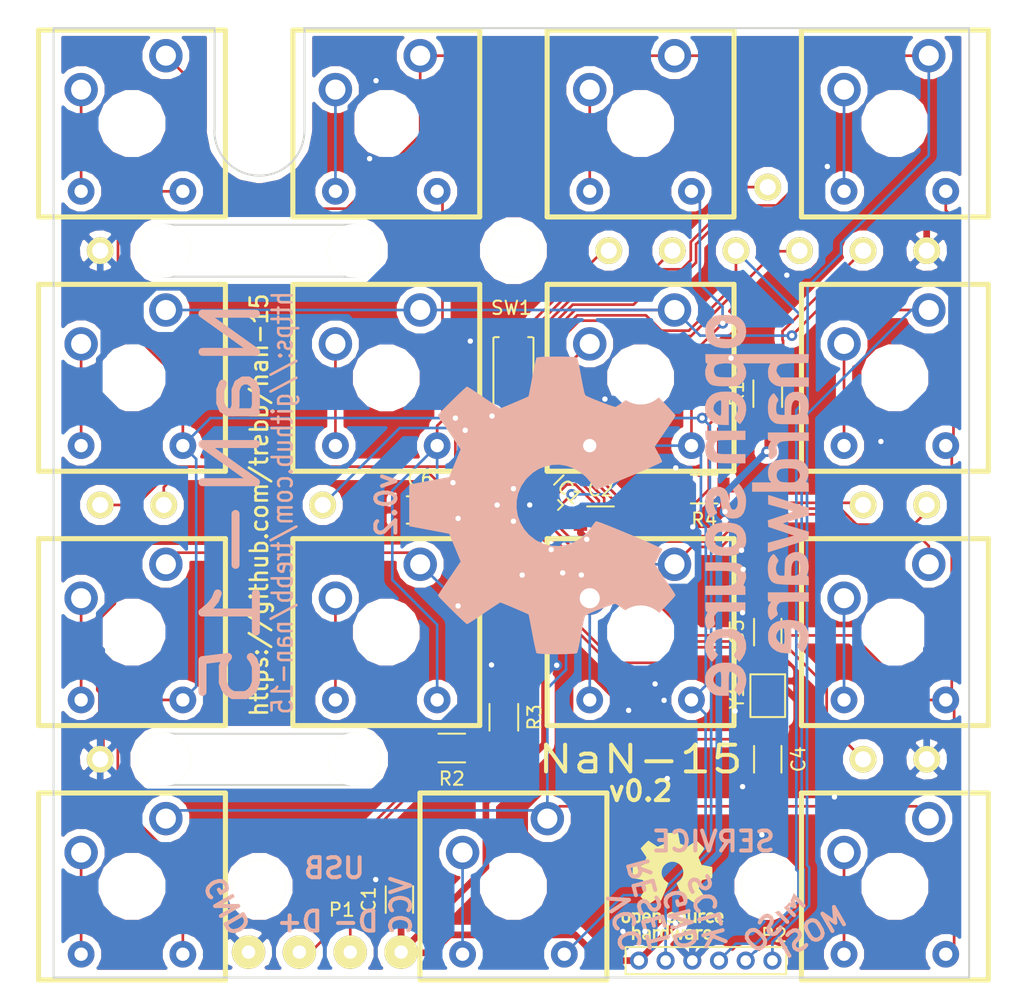
<source format=kicad_pcb>
(kicad_pcb (version 4) (host pcbnew r6904-product)
  (title_block (rev 0.2))
  (layers (0 F.Cu signal) (31 B.Cu signal) (34 B.Paste user) (35 F.Paste user) (36 B.SilkS user hide) (37 F.SilkS user) (38 B.Mask user) (39 F.Mask user) (44 Edge.Cuts user))
  (net 0 "")
  (net 1 VCC)
  (net 2 GND)
  (net 3 "Net-(C4-Pad1)")
  (net 4 "Net-(C5-Pad1)")
  (net 5 "Net-(C6-Pad2)")
  (net 6 /row2)
  (net 7 /row3)
  (net 8 /col2)
  (net 9 /col3)
  (net 10 /led0)
  (net 11 /led1)
  (net 12 /led2)
  (net 13 /led3)
  (net 14 "Net-(IC1-Pad13)")
  (net 15 /led4)
  (net 16 /led5)
  (net 17 /row1)
  (net 18 /row0)
  (net 19 /led6)
  (net 20 /led7)
  (net 21 /led8)
  (net 22 /led9)
  (net 23 /col0)
  (net 24 /col1)
  (net 25 "Net-(IC1-Pad24)")
  (net 26 /led10)
  (net 27 /led11)
  (net 28 "Net-(P1-Pad3)")
  (net 29 "Net-(P1-Pad2)")
  (net 30 "Net-(U00-Pad1)")
  (net 31 "Net-(U01-Pad1)")
  (net 32 "Net-(U02-Pad1)")
  (net 33 "Net-(U03-Pad1)")
  (net 34 "Net-(U10-Pad1)")
  (net 35 "Net-(U11-Pad1)")
  (net 36 "Net-(U12-Pad1)")
  (net 37 "Net-(U13-Pad1)")
  (net 38 "Net-(U20-Pad1)")
  (net 39 "Net-(U21-Pad1)")
  (net 40 "Net-(U22-Pad1)")
  (net 41 "Net-(U23-Pad1)")
  (net 42 "Net-(U30-Pad1)")
  (net 43 "Net-(U33-Pad1)")
  (net 44 "Net-(U32-Pad1)")
  (net 45 "Net-(Y1-Pad1)")
  (net 46 "Net-(Y1-Pad2)")
  (net 47 /D+)
  (net 48 /D-)
  (module nan-15:button_3x6_smd (layer F.Cu) (at 150.01875 92.86875 270)
    (fp_text reference SW1 (at -5.23875 0.15875) (layer F.SilkS))
    (fp_text value SW_PUSH)
    (pad 1 smd rect (at -2.8 0 270) (size 2.2 1.7) (layers F.Cu F.Paste F.Mask) (net 2 GND))
    (pad 2 smd rect (at 2.8 0 270) (size 2.2 1.7) (layers F.Cu F.Paste F.Mask) (net 25 "Net-(IC1-Pad24)"))
  )
  (module nan-15:MXDIODE (layer F.Cu) (at 121.44375 73.81875)
    (fp_text reference U00 hide)
    (fp_text value MX-DI hide)
    (pad 4 thru_hole circle (at 3.81 5.08) (size 2 2) (drill 1) (layers *.Cu *.Mask) (net 23 /col0))
    (pad 3 thru_hole circle (at -3.81 5.08) (size 2 2) (drill 1) (layers *.Cu *.Mask) (net 30 "Net-(U00-Pad1)"))
    (pad "" np_thru_hole circle (at 0 0) (size 4 4) (drill 4) (layers *.Cu *.Mask))
    (pad 2 thru_hole circle (at 2.54 -5.08) (size 2.49936 2.49936) (drill 1.50114) (layers *.Cu *.Mask) (net 18 /row0))
    (pad 1 thru_hole circle (at -3.81 -2.54) (size 2.49936 2.49936) (drill 1.50114) (layers *.Cu *.Mask) (net 30 "Net-(U00-Pad1)"))
  )
  (module nan-15:MXDIODE (layer F.Cu) (at 140.49375 73.81875)
    (fp_text reference U01 hide)
    (fp_text value MX-DI hide)
    (pad 4 thru_hole circle (at 3.81 5.08) (size 2 2) (drill 1) (layers *.Cu *.Mask) (net 24 /col1))
    (pad 3 thru_hole circle (at -3.81 5.08) (size 2 2) (drill 1) (layers *.Cu *.Mask) (net 31 "Net-(U01-Pad1)"))
    (pad "" np_thru_hole circle (at 0 0) (size 4 4) (drill 4) (layers *.Cu *.Mask))
    (pad 2 thru_hole circle (at 2.54 -5.08) (size 2.49936 2.49936) (drill 1.50114) (layers *.Cu *.Mask) (net 18 /row0))
    (pad 1 thru_hole circle (at -3.81 -2.54) (size 2.49936 2.49936) (drill 1.50114) (layers *.Cu *.Mask) (net 31 "Net-(U01-Pad1)"))
  )
  (module nan-15:MXDIODE (layer F.Cu) (at 159.54375 73.81875)
    (fp_text reference U02 hide)
    (fp_text value MX-DI hide)
    (pad 4 thru_hole circle (at 3.81 5.08) (size 2 2) (drill 1) (layers *.Cu *.Mask) (net 8 /col2))
    (pad 3 thru_hole circle (at -3.81 5.08) (size 2 2) (drill 1) (layers *.Cu *.Mask) (net 32 "Net-(U02-Pad1)"))
    (pad "" np_thru_hole circle (at 0 0) (size 4 4) (drill 4) (layers *.Cu *.Mask))
    (pad 2 thru_hole circle (at 2.54 -5.08) (size 2.49936 2.49936) (drill 1.50114) (layers *.Cu *.Mask) (net 18 /row0))
    (pad 1 thru_hole circle (at -3.81 -2.54) (size 2.49936 2.49936) (drill 1.50114) (layers *.Cu *.Mask) (net 32 "Net-(U02-Pad1)"))
  )
  (module nan-15:MXDIODE (layer F.Cu) (at 178.59375 73.81875)
    (fp_text reference U03 hide)
    (fp_text value MX-DI hide)
    (pad 4 thru_hole circle (at 3.81 5.08) (size 2 2) (drill 1) (layers *.Cu *.Mask) (net 9 /col3))
    (pad 3 thru_hole circle (at -3.81 5.08) (size 2 2) (drill 1) (layers *.Cu *.Mask) (net 33 "Net-(U03-Pad1)"))
    (pad "" np_thru_hole circle (at 0 0) (size 4 4) (drill 4) (layers *.Cu *.Mask))
    (pad 2 thru_hole circle (at 2.54 -5.08) (size 2.49936 2.49936) (drill 1.50114) (layers *.Cu *.Mask) (net 18 /row0))
    (pad 1 thru_hole circle (at -3.81 -2.54) (size 2.49936 2.49936) (drill 1.50114) (layers *.Cu *.Mask) (net 33 "Net-(U03-Pad1)"))
  )
  (module nan-15:MXDIODE (layer F.Cu) (at 121.44375 92.86875)
    (fp_text reference U10 hide)
    (fp_text value MX-DI hide)
    (pad 4 thru_hole circle (at 3.81 5.08) (size 2 2) (drill 1) (layers *.Cu *.Mask) (net 23 /col0))
    (pad 3 thru_hole circle (at -3.81 5.08) (size 2 2) (drill 1) (layers *.Cu *.Mask) (net 34 "Net-(U10-Pad1)"))
    (pad "" np_thru_hole circle (at 0 0) (size 4 4) (drill 4) (layers *.Cu *.Mask))
    (pad 2 thru_hole circle (at 2.54 -5.08) (size 2.49936 2.49936) (drill 1.50114) (layers *.Cu *.Mask) (net 17 /row1))
    (pad 1 thru_hole circle (at -3.81 -2.54) (size 2.49936 2.49936) (drill 1.50114) (layers *.Cu *.Mask) (net 34 "Net-(U10-Pad1)"))
  )
  (module nan-15:MXDIODE (layer F.Cu) (at 140.49375 92.86875)
    (fp_text reference U11 hide)
    (fp_text value MX-DI hide)
    (pad 4 thru_hole circle (at 3.81 5.08) (size 2 2) (drill 1) (layers *.Cu *.Mask) (net 24 /col1))
    (pad 3 thru_hole circle (at -3.81 5.08) (size 2 2) (drill 1) (layers *.Cu *.Mask) (net 35 "Net-(U11-Pad1)"))
    (pad "" np_thru_hole circle (at 0 0) (size 4 4) (drill 4) (layers *.Cu *.Mask))
    (pad 2 thru_hole circle (at 2.54 -5.08) (size 2.49936 2.49936) (drill 1.50114) (layers *.Cu *.Mask) (net 17 /row1))
    (pad 1 thru_hole circle (at -3.81 -2.54) (size 2.49936 2.49936) (drill 1.50114) (layers *.Cu *.Mask) (net 35 "Net-(U11-Pad1)"))
  )
  (module nan-15:MXDIODE (layer F.Cu) (at 159.54375 92.86875)
    (fp_text reference U12 hide)
    (fp_text value MX-DI hide)
    (pad 4 thru_hole circle (at 3.81 5.08) (size 2 2) (drill 1) (layers *.Cu *.Mask) (net 8 /col2))
    (pad 3 thru_hole circle (at -3.81 5.08) (size 2 2) (drill 1) (layers *.Cu *.Mask) (net 36 "Net-(U12-Pad1)"))
    (pad "" np_thru_hole circle (at 0 0) (size 4 4) (drill 4) (layers *.Cu *.Mask))
    (pad 2 thru_hole circle (at 2.54 -5.08) (size 2.49936 2.49936) (drill 1.50114) (layers *.Cu *.Mask) (net 17 /row1))
    (pad 1 thru_hole circle (at -3.81 -2.54) (size 2.49936 2.49936) (drill 1.50114) (layers *.Cu *.Mask) (net 36 "Net-(U12-Pad1)"))
  )
  (module nan-15:MXDIODE (layer F.Cu) (at 178.59375 92.86875)
    (fp_text reference U13 hide)
    (fp_text value MX-DI hide)
    (pad 4 thru_hole circle (at 3.81 5.08) (size 2 2) (drill 1) (layers *.Cu *.Mask) (net 9 /col3))
    (pad 3 thru_hole circle (at -3.81 5.08) (size 2 2) (drill 1) (layers *.Cu *.Mask) (net 37 "Net-(U13-Pad1)"))
    (pad "" np_thru_hole circle (at 0 0) (size 4 4) (drill 4) (layers *.Cu *.Mask))
    (pad 2 thru_hole circle (at 2.54 -5.08) (size 2.49936 2.49936) (drill 1.50114) (layers *.Cu *.Mask) (net 17 /row1))
    (pad 1 thru_hole circle (at -3.81 -2.54) (size 2.49936 2.49936) (drill 1.50114) (layers *.Cu *.Mask) (net 37 "Net-(U13-Pad1)"))
  )
  (module nan-15:MXDIODE (layer F.Cu) (at 121.44375 111.91875)
    (fp_text reference U20 hide)
    (fp_text value MX-DI hide)
    (pad 4 thru_hole circle (at 3.81 5.08) (size 2 2) (drill 1) (layers *.Cu *.Mask) (net 23 /col0))
    (pad 3 thru_hole circle (at -3.81 5.08) (size 2 2) (drill 1) (layers *.Cu *.Mask) (net 38 "Net-(U20-Pad1)"))
    (pad "" np_thru_hole circle (at 0 0) (size 4 4) (drill 4) (layers *.Cu *.Mask))
    (pad 2 thru_hole circle (at 2.54 -5.08) (size 2.49936 2.49936) (drill 1.50114) (layers *.Cu *.Mask) (net 6 /row2))
    (pad 1 thru_hole circle (at -3.81 -2.54) (size 2.49936 2.49936) (drill 1.50114) (layers *.Cu *.Mask) (net 38 "Net-(U20-Pad1)"))
  )
  (module nan-15:MXDIODE (layer F.Cu) (at 140.49375 111.91875)
    (fp_text reference U21 hide)
    (fp_text value MX-DI hide)
    (pad 4 thru_hole circle (at 3.81 5.08) (size 2 2) (drill 1) (layers *.Cu *.Mask) (net 24 /col1))
    (pad 3 thru_hole circle (at -3.81 5.08) (size 2 2) (drill 1) (layers *.Cu *.Mask) (net 39 "Net-(U21-Pad1)"))
    (pad "" np_thru_hole circle (at 0 0) (size 4 4) (drill 4) (layers *.Cu *.Mask))
    (pad 2 thru_hole circle (at 2.54 -5.08) (size 2.49936 2.49936) (drill 1.50114) (layers *.Cu *.Mask) (net 6 /row2))
    (pad 1 thru_hole circle (at -3.81 -2.54) (size 2.49936 2.49936) (drill 1.50114) (layers *.Cu *.Mask) (net 39 "Net-(U21-Pad1)"))
  )
  (module nan-15:MXDIODE (layer F.Cu) (at 159.54375 111.91875)
    (fp_text reference U22 hide)
    (fp_text value MX-DI hide)
    (pad 4 thru_hole circle (at 3.81 5.08) (size 2 2) (drill 1) (layers *.Cu *.Mask) (net 8 /col2))
    (pad 3 thru_hole circle (at -3.81 5.08) (size 2 2) (drill 1) (layers *.Cu *.Mask) (net 40 "Net-(U22-Pad1)"))
    (pad "" np_thru_hole circle (at 0 0) (size 4 4) (drill 4) (layers *.Cu *.Mask))
    (pad 2 thru_hole circle (at 2.54 -5.08) (size 2.49936 2.49936) (drill 1.50114) (layers *.Cu *.Mask) (net 6 /row2))
    (pad 1 thru_hole circle (at -3.81 -2.54) (size 2.49936 2.49936) (drill 1.50114) (layers *.Cu *.Mask) (net 40 "Net-(U22-Pad1)"))
  )
  (module nan-15:MXDIODE (layer F.Cu) (at 178.59375 111.91875)
    (fp_text reference U23 hide)
    (fp_text value MX-DI hide)
    (pad 4 thru_hole circle (at 3.81 5.08) (size 2 2) (drill 1) (layers *.Cu *.Mask) (net 9 /col3))
    (pad 3 thru_hole circle (at -3.81 5.08) (size 2 2) (drill 1) (layers *.Cu *.Mask) (net 41 "Net-(U23-Pad1)"))
    (pad "" np_thru_hole circle (at 0 0) (size 4 4) (drill 4) (layers *.Cu *.Mask))
    (pad 2 thru_hole circle (at 2.54 -5.08) (size 2.49936 2.49936) (drill 1.50114) (layers *.Cu *.Mask) (net 6 /row2))
    (pad 1 thru_hole circle (at -3.81 -2.54) (size 2.49936 2.49936) (drill 1.50114) (layers *.Cu *.Mask) (net 41 "Net-(U23-Pad1)"))
  )
  (module nan-15:MXDIODE (layer F.Cu) (at 121.44375 130.96875)
    (fp_text reference U30 hide)
    (fp_text value MX-DI hide)
    (pad 4 thru_hole circle (at 3.81 5.08) (size 2 2) (drill 1) (layers *.Cu *.Mask) (net 23 /col0))
    (pad 3 thru_hole circle (at -3.81 5.08) (size 2 2) (drill 1) (layers *.Cu *.Mask) (net 42 "Net-(U30-Pad1)"))
    (pad "" np_thru_hole circle (at 0 0) (size 4 4) (drill 4) (layers *.Cu *.Mask))
    (pad 2 thru_hole circle (at 2.54 -5.08) (size 2.49936 2.49936) (drill 1.50114) (layers *.Cu *.Mask) (net 7 /row3))
    (pad 1 thru_hole circle (at -3.81 -2.54) (size 2.49936 2.49936) (drill 1.50114) (layers *.Cu *.Mask) (net 42 "Net-(U30-Pad1)"))
  )
  (module nan-15:MXDIODE (layer F.Cu) (at 178.59375 130.96875)
    (fp_text reference U33 hide)
    (fp_text value MX-DI hide)
    (pad 4 thru_hole circle (at 3.81 5.08) (size 2 2) (drill 1) (layers *.Cu *.Mask) (net 9 /col3))
    (pad 3 thru_hole circle (at -3.81 5.08) (size 2 2) (drill 1) (layers *.Cu *.Mask) (net 43 "Net-(U33-Pad1)"))
    (pad "" np_thru_hole circle (at 0 0) (size 4 4) (drill 4) (layers *.Cu *.Mask))
    (pad 2 thru_hole circle (at 2.54 -5.08) (size 2.49936 2.49936) (drill 1.50114) (layers *.Cu *.Mask) (net 7 /row3))
    (pad 1 thru_hole circle (at -3.81 -2.54) (size 2.49936 2.49936) (drill 1.50114) (layers *.Cu *.Mask) (net 43 "Net-(U33-Pad1)"))
  )
  (module nan-15:MXDIODE (layer F.Cu) (at 150.01875 130.96875)
    (fp_text reference U32 hide)
    (fp_text value MX-DI hide)
    (pad 4 thru_hole circle (at 3.81 5.08) (size 2 2) (drill 1) (layers *.Cu *.Mask) (net 8 /col2))
    (pad 3 thru_hole circle (at -3.81 5.08) (size 2 2) (drill 1) (layers *.Cu *.Mask) (net 44 "Net-(U32-Pad1)"))
    (pad "" np_thru_hole circle (at 0 0) (size 4 4) (drill 4) (layers *.Cu *.Mask))
    (pad 2 thru_hole circle (at 2.54 -5.08) (size 2.49936 2.49936) (drill 1.50114) (layers *.Cu *.Mask) (net 7 /row3))
    (pad 1 thru_hole circle (at -3.81 -2.54) (size 2.49936 2.49936) (drill 1.50114) (layers *.Cu *.Mask) (net 44 "Net-(U32-Pad1)"))
  )
  (module Wire_Pads:SolderWirePad_4xInline_1mmDrill (layer F.Cu) (at 135.89 135.89 180)
    (fp_text reference P1 (at -1.27 3.175 180) (layer F.SilkS))
    (fp_text value USB)
    (pad 1 thru_hole circle (at -5.715 0 180) (size 2.49936 2.49936) (drill 1.00076) (layers *.Cu *.Mask F.SilkS) (net 1 VCC))
    (pad 2 thru_hole circle (at -1.905 0 180) (size 2.49936 2.49936) (drill 1.00076) (layers *.Cu *.Mask F.SilkS) (net 29 "Net-(P1-Pad2)"))
    (pad 3 thru_hole circle (at 1.905 0 180) (size 2.49936 2.49936) (drill 1.00076) (layers *.Cu *.Mask F.SilkS) (net 28 "Net-(P1-Pad3)"))
    (pad 5 thru_hole circle (at 5.715 0 180) (size 2.49936 2.49936) (drill 1.00076) (layers *.Cu *.Mask F.SilkS) (net 2 GND))
  )
  (module nan-15:Program_1x06 (layer F.Cu) (at 164.465 136.525 270)
    (fp_text reference P2 (at -1.905 -5.08) (layer F.SilkS))
    (fp_text value PRGM)
    (pad 1 thru_hole circle (at 0 -4.953 270) (size 1.35 1.35) (drill 0.8) (layers *.Cu *.Mask) (net 17 /row1))
    (pad 2 thru_hole circle (at 0 -2.953 270) (size 1.35 1.35) (drill 0.8) (layers *.Cu *.Mask) (net 18 /row0))
    (pad 3 thru_hole circle (at 0 -0.953 270) (size 1.35 1.35) (drill 0.8) (layers *.Cu *.Mask) (net 16 /led5))
    (pad 4 thru_hole circle (at 0 1.047 270) (size 1.35 1.35) (drill 0.8) (layers *.Cu *.Mask) (net 2 GND))
    (pad 5 thru_hole circle (at 0 3.047 270) (size 1.35 1.35) (drill 0.8) (layers *.Cu *.Mask) (net 25 "Net-(IC1-Pad24)"))
    (pad 6 thru_hole circle (at 0 5.047 270) (size 1.35 1.35) (drill 0.8) (layers *.Cu *.Mask) (net 1 VCC))
  )
  (module nan-15:Plain_Hole_4mm (layer F.Cu) (at 123.825 83.34375)
    (fp_text reference HS4 hide)
    (fp_text value HEATSINK hide)
    (pad 1 np_thru_hole circle (at 0 0) (size 4 4) (drill 4) (layers *.Cu *.Mask F.SilkS))
  )
  (module nan-15:Plain_Hole_4mm (layer F.Cu) (at 138.1125 83.34375)
    (fp_text reference HS5 hide)
    (fp_text value HEATSINK hide)
    (pad 1 np_thru_hole circle (at 0 0) (size 4 4) (drill 4) (layers *.Cu *.Mask F.SilkS))
  )
  (module nan-15:Plain_Hole_4mm (layer F.Cu) (at 123.825 121.44375)
    (fp_text reference HS6 hide)
    (fp_text value HEATSINK hide)
    (pad 1 np_thru_hole circle (at 0 0) (size 4 4) (drill 4) (layers *.Cu *.Mask F.SilkS))
  )
  (module nan-15:Plain_Hole_4mm (layer F.Cu) (at 138.1125 121.44375)
    (fp_text reference HS7 hide)
    (fp_text value HEATSINK hide)
    (pad 1 np_thru_hole circle (at 0 0) (size 4 4) (drill 4) (layers *.Cu *.Mask F.SilkS))
  )
  (module nan-15:Plain_Hole_4mm (layer F.Cu) (at 169.06875 130.96875)
    (fp_text reference HS1 hide)
    (fp_text value HEATSINK hide)
    (pad 1 np_thru_hole circle (at 0 0) (size 4 4) (drill 4) (layers *.Cu *.Mask F.SilkS))
  )
  (module nan-15:Plain_Hole_4mm (layer F.Cu) (at 132.159375 130.96875)
    (fp_text reference HS2 hide)
    (fp_text value HEATSINK hide)
    (pad 1 np_thru_hole circle (at -1.190625 0) (size 4 4) (drill 4) (layers *.Cu *.Mask F.SilkS))
  )
  (module nan-15:Plain_Hole_4mm (layer F.Cu) (at 150.01875 83.34375)
    (fp_text reference HS3 hide)
    (fp_text value HEATSINK hide)
    (pad 1 np_thru_hole circle (at 0 0) (size 4 4) (drill 4) (layers *.Cu *.Mask F.SilkS))
  )
  (module Symbols:OSHW-Logo_7.5x8mm_SilkScreen (layer F.Cu) (at 161.925 130.96875)
    (fp_text reference REF*** hide)
    (fp_text value OSHW-Logo_7.5x8mm_SilkScreen hide)
  )
  (module Symbols:OSHW-Logo_28.5x30mm_SilkScreen (layer B.Cu) (at 157.1625 102.39375 270)
    (fp_text reference OSHW hide)
    (fp_text value OSHW-Logo_28.5x30mm_SilkScreen hide)
  )
  (module nan-15:QFN-32-1EP_5x5mm_Pitch0.5mm (layer F.Cu) (at 150.01875 102.39375 135)
    (fp_text reference IC1 (at -2.056479 3.681905 135) (layer F.SilkS))
    (fp_text value ATMEGA32U2)
    (pad 1 smd rect (at -2.5 -1.75 135) (size 0.9 0.25) (layers F.Cu F.Paste F.Mask) (net 3 "Net-(C4-Pad1)"))
    (pad 2 smd rect (at -2.5 -1.25 135) (size 0.9 0.25) (layers F.Cu F.Paste F.Mask) (net 4 "Net-(C5-Pad1)"))
    (pad 3 smd rect (at -2.5 -0.75 135) (size 0.9 0.25) (layers F.Cu F.Paste F.Mask) (net 2 GND))
    (pad 4 smd rect (at -2.5 -0.25 135) (size 0.9 0.25) (layers F.Cu F.Paste F.Mask) (net 1 VCC))
    (pad 5 smd rect (at -2.5 0.25 135) (size 0.9 0.25) (layers F.Cu F.Paste F.Mask) (net 7 /row3))
    (pad 6 smd rect (at -2.5 0.75 135) (size 0.9 0.25) (layers F.Cu F.Paste F.Mask) (net 10 /led0))
    (pad 7 smd rect (at -2.5 1.25 135) (size 0.9 0.25) (layers F.Cu F.Paste F.Mask) (net 9 /col3))
    (pad 8 smd rect (at -2.5 1.75 135) (size 0.9 0.25) (layers F.Cu F.Paste F.Mask) (net 8 /col2))
    (pad 9 smd rect (at -1.75 2.5 225) (size 0.9 0.25) (layers F.Cu F.Paste F.Mask) (net 6 /row2))
    (pad 10 smd rect (at -1.25 2.5 225) (size 0.9 0.25) (layers F.Cu F.Paste F.Mask) (net 11 /led1))
    (pad 11 smd rect (at -0.75 2.5 225) (size 0.9 0.25) (layers F.Cu F.Paste F.Mask) (net 12 /led2))
    (pad 12 smd rect (at -0.25 2.5 225) (size 0.9 0.25) (layers F.Cu F.Paste F.Mask) (net 13 /led3))
    (pad 13 smd rect (at 0.25 2.5 225) (size 0.9 0.25) (layers F.Cu F.Paste F.Mask) (net 14 "Net-(IC1-Pad13)"))
    (pad 14 smd rect (at 0.75 2.5 225) (size 0.9 0.25) (layers F.Cu F.Paste F.Mask) (net 15 /led4))
    (pad 15 smd rect (at 1.25 2.5 225) (size 0.9 0.25) (layers F.Cu F.Paste F.Mask) (net 16 /led5))
    (pad 16 smd rect (at 1.75 2.5 225) (size 0.9 0.25) (layers F.Cu F.Paste F.Mask) (net 17 /row1))
    (pad 17 smd rect (at 2.5 1.75 135) (size 0.9 0.25) (layers F.Cu F.Paste F.Mask) (net 18 /row0))
    (pad 18 smd rect (at 2.5 1.25 135) (size 0.9 0.25) (layers F.Cu F.Paste F.Mask) (net 19 /led6))
    (pad 19 smd rect (at 2.5 0.75 135) (size 0.9 0.25) (layers F.Cu F.Paste F.Mask) (net 20 /led7))
    (pad 20 smd rect (at 2.5 0.25 135) (size 0.9 0.25) (layers F.Cu F.Paste F.Mask) (net 21 /led8))
    (pad 21 smd rect (at 2.5 -0.25 135) (size 0.9 0.25) (layers F.Cu F.Paste F.Mask) (net 22 /led9))
    (pad 22 smd rect (at 2.5 -0.75 135) (size 0.9 0.25) (layers F.Cu F.Paste F.Mask) (net 23 /col0))
    (pad 23 smd rect (at 2.5 -1.25 135) (size 0.9 0.25) (layers F.Cu F.Paste F.Mask) (net 27 /led11))
    (pad 24 smd rect (at 2.5 -1.75 135) (size 0.9 0.25) (layers F.Cu F.Paste F.Mask) (net 25 "Net-(IC1-Pad24)"))
    (pad 25 smd rect (at 1.75 -2.5 225) (size 0.9 0.25) (layers F.Cu F.Paste F.Mask) (net 26 /led10))
    (pad 26 smd rect (at 1.25 -2.5 225) (size 0.9 0.25) (layers F.Cu F.Paste F.Mask) (net 24 /col1))
    (pad 27 smd rect (at 0.75 -2.5 225) (size 0.9 0.25) (layers F.Cu F.Paste F.Mask) (net 5 "Net-(C6-Pad2)"))
    (pad 28 smd rect (at 0.25 -2.5 225) (size 0.9 0.25) (layers F.Cu F.Paste F.Mask) (net 2 GND))
    (pad 29 smd rect (at -0.25 -2.5 225) (size 0.9 0.25) (layers F.Cu F.Paste F.Mask) (net 47 /D+))
    (pad 30 smd rect (at -0.75 -2.5 225) (size 0.9 0.25) (layers F.Cu F.Paste F.Mask) (net 48 /D-))
    (pad 31 smd rect (at -1.25 -2.5 225) (size 0.9 0.25) (layers F.Cu F.Paste F.Mask) (net 1 VCC))
    (pad 32 smd rect (at -1.75 -2.5 225) (size 0.9 0.25) (layers F.Cu F.Paste F.Mask) (net 1 VCC))
    (pad 33 smd rect (at 0.8625 0.8625 135) (size 1.725 1.725) (layers F.Cu F.Paste F.Mask) (net 2 GND))
    (pad 33 smd rect (at 0.8625 -0.8625 135) (size 1.725 1.725) (layers F.Cu F.Paste F.Mask) (net 2 GND))
    (pad 33 smd rect (at -0.8625 0.8625 135) (size 1.725 1.725) (layers F.Cu F.Paste F.Mask) (net 2 GND))
    (pad 33 smd rect (at -0.8625 -0.8625 135) (size 1.725 1.725) (layers F.Cu F.Paste F.Mask) (net 2 GND))
  )
  (module nan-15:crystal_MT_32x25 (layer F.Cu) (at 169.06875 116.68125 90)
    (fp_text reference Y1 (at -0.1 -2.3 90) (layer F.SilkS))
    (fp_text value "MT 16MHz")
    (pad 1 smd rect (at -1.1 0.9 90) (size 1.3 1) (layers F.Cu F.Paste F.Mask) (net 45 "Net-(Y1-Pad1)"))
    (pad 3 smd rect (at 1.1 0.9 90) (size 1.3 1) (layers F.Cu F.Paste F.Mask) (net 2 GND))
    (pad 3 smd rect (at -1.1 -0.9 90) (size 1.3 1) (layers F.Cu F.Paste F.Mask) (net 2 GND))
    (pad 2 smd rect (at 1.1 -0.9 90) (size 1.3 1) (layers F.Cu F.Paste F.Mask) (net 46 "Net-(Y1-Pad2)"))
  )
  (module Resistors_SMD:R_1206 (layer F.Cu) (at 164.30625 101.203125 180)
    (fp_text reference R4 (at 0 -2.3 180) (layer F.SilkS))
    (fp_text value 10k)
    (pad 1 smd rect (at -1.45 0 180) (size 0.9 1.7) (layers F.Cu F.Paste F.Mask) (net 2 GND))
    (pad 2 smd rect (at 1.45 0 180) (size 0.9 1.7) (layers F.Cu F.Paste F.Mask) (net 14 "Net-(IC1-Pad13)"))
  )
  (module Resistors_SMD:R_1206 (layer F.Cu) (at 149.3 118.3 270)
    (fp_text reference R3 (at 0 -2.3 270) (layer F.SilkS))
    (fp_text value 22)
    (pad 1 smd rect (at -1.45 0 270) (size 0.9 1.7) (layers F.Cu F.Paste F.Mask) (net 48 /D-))
    (pad 2 smd rect (at 1.45 0 270) (size 0.9 1.7) (layers F.Cu F.Paste F.Mask) (net 29 "Net-(P1-Pad2)"))
  )
  (module Resistors_SMD:R_1206 (layer F.Cu) (at 145.4 120.6 180)
    (fp_text reference R2 (at 0 -2.3 180) (layer F.SilkS))
    (fp_text value 22)
    (pad 1 smd rect (at -1.45 0 180) (size 0.9 1.7) (layers F.Cu F.Paste F.Mask) (net 47 /D+))
    (pad 2 smd rect (at 1.45 0 180) (size 0.9 1.7) (layers F.Cu F.Paste F.Mask) (net 28 "Net-(P1-Pad3)"))
  )
  (module Resistors_SMD:R_1206 (layer F.Cu) (at 169.06875 94.059375 90)
    (fp_text reference R1 (at 0 -2.3 90) (layer F.SilkS))
    (fp_text value 10k)
    (pad 1 smd rect (at -1.45 0 90) (size 0.9 1.7) (layers F.Cu F.Paste F.Mask) (net 1 VCC))
    (pad 2 smd rect (at 1.45 0 90) (size 0.9 1.7) (layers F.Cu F.Paste F.Mask) (net 25 "Net-(IC1-Pad24)"))
  )
  (module Capacitors_SMD:C_1206 (layer F.Cu) (at 143.0274 102.7684)
    (fp_text reference C6 (at 0 -2.3) (layer F.SilkS))
    (fp_text value 1u)
    (pad 1 smd rect (at -1.5 0) (size 1 1.6) (layers F.Cu F.Paste F.Mask) (net 2 GND))
    (pad 2 smd rect (at 1.5 0) (size 1 1.6) (layers F.Cu F.Paste F.Mask) (net 5 "Net-(C6-Pad2)"))
  )
  (module Capacitors_SMD:C_1206 (layer F.Cu) (at 169.06875 111.91875 90)
    (fp_text reference C5 (at 0 -2.3 90) (layer F.SilkS))
    (fp_text value 18p)
    (pad 1 smd rect (at -1.5 0 90) (size 1 1.6) (layers F.Cu F.Paste F.Mask) (net 4 "Net-(C5-Pad1)"))
    (pad 2 smd rect (at 1.5 0 90) (size 1 1.6) (layers F.Cu F.Paste F.Mask) (net 2 GND))
  )
  (module Capacitors_SMD:C_1206 (layer F.Cu) (at 169.06875 121.44375 270)
    (fp_text reference C4 (at 0 -2.3 270) (layer F.SilkS))
    (fp_text value 18p)
    (pad 1 smd rect (at -1.5 0 270) (size 1 1.6) (layers F.Cu F.Paste F.Mask) (net 3 "Net-(C4-Pad1)"))
    (pad 2 smd rect (at 1.5 0 270) (size 1 1.6) (layers F.Cu F.Paste F.Mask) (net 2 GND))
  )
  (module Capacitors_SMD:C_1206 (layer F.Cu) (at 149.225 108.9152 270)
    (fp_text reference C3 (at 0 -2.3 270) (layer F.SilkS))
    (fp_text value 100n)
    (pad 1 smd rect (at -1.5 0 270) (size 1 1.6) (layers F.Cu F.Paste F.Mask) (net 1 VCC))
    (pad 2 smd rect (at 1.5 0 270) (size 1 1.6) (layers F.Cu F.Paste F.Mask) (net 2 GND))
  )
  (module Capacitors_SMD:C_1206 (layer F.Cu) (at 156.5402 103.5304)
    (fp_text reference C2 (at 0 -2.3) (layer F.SilkS))
    (fp_text value 100n)
    (pad 1 smd rect (at -1.5 0) (size 1 1.6) (layers F.Cu F.Paste F.Mask) (net 1 VCC))
    (pad 2 smd rect (at 1.5 0) (size 1 1.6) (layers F.Cu F.Paste F.Mask) (net 2 GND))
  )
  (module Capacitors_SMD:C_1206 (layer F.Cu) (at 141.478 131.953 90)
    (fp_text reference C1 (at 0 -2.3 90) (layer F.SilkS))
    (fp_text value 1u)
    (pad 1 smd rect (at -1.5 0 90) (size 1 1.6) (layers F.Cu F.Paste F.Mask) (net 1 VCC))
    (pad 2 smd rect (at 1.5 0 90) (size 1 1.6) (layers F.Cu F.Paste F.Mask) (net 2 GND))
  )
  (module nan-15:SolderWirePad_2mm_1-2mmDrill_no_legend (layer F.Cu) (at 180.975 121.44375)
    (fp_text reference W53 hide)
    (fp_text value TEST_1P hide)
    (pad 1 thru_hole circle (at 0 0) (size 2 2) (drill 1.19888) (layers *.Cu *.Mask F.SilkS) (net 2 GND))
  )
  (module nan-15:SolderWirePad_2mm_1-2mmDrill_no_legend (layer F.Cu) (at 119.0625 121.44375)
    (fp_text reference W52 hide)
    (fp_text value TEST_1P hide)
    (pad 1 thru_hole circle (at 0 0) (size 2 2) (drill 1.19888) (layers *.Cu *.Mask F.SilkS) (net 2 GND))
  )
  (module nan-15:SolderWirePad_2mm_1-2mmDrill_no_legend (layer F.Cu) (at 180.975 83.34375)
    (fp_text reference W51 hide)
    (fp_text value TEST_1P hide)
    (pad 1 thru_hole circle (at 0 0) (size 2 2) (drill 1.19888) (layers *.Cu *.Mask F.SilkS) (net 2 GND))
  )
  (module nan-15:SolderWirePad_2mm_1-2mmDrill_no_legend (layer F.Cu) (at 119.0625 83.34375)
    (fp_text reference W50 hide)
    (fp_text value TEST_1P hide)
    (pad 1 thru_hole circle (at 0 0) (size 2 2) (drill 1.19888) (layers *.Cu *.Mask F.SilkS) (net 2 GND))
  )
  (module nan-15:SolderWirePad_2mm_1-2mmDrill_no_legend (layer F.Cu) (at 119.0625 102.39375)
    (fp_text reference W11 hide)
    (fp_text value TEST_1P hide)
    (pad 1 thru_hole circle (at 0 0) (size 2 2) (drill 1.19888) (layers *.Cu *.Mask F.SilkS) (net 27 /led11))
  )
  (module nan-15:SolderWirePad_2mm_1-2mmDrill_no_legend (layer F.Cu) (at 123.825 102.39375)
    (fp_text reference W10 hide)
    (fp_text value TEST_1P hide)
    (pad 1 thru_hole circle (at 0 0) (size 2 2) (drill 1.19888) (layers *.Cu *.Mask F.SilkS) (net 26 /led10))
  )
  (module nan-15:SolderWirePad_2mm_1-2mmDrill_no_legend (layer F.Cu) (at 135.73125 102.39375)
    (fp_text reference W9 hide)
    (fp_text value TEST_1P hide)
    (pad 1 thru_hole circle (at 0 0) (size 2 2) (drill 1.19888) (layers *.Cu *.Mask F.SilkS) (net 22 /led9))
  )
  (module nan-15:SolderWirePad_2mm_1-2mmDrill_no_legend (layer F.Cu) (at 157.1625 83.34375)
    (fp_text reference W8 hide)
    (fp_text value TEST_1P hide)
    (pad 1 thru_hole circle (at 0 0) (size 2 2) (drill 1.19888) (layers *.Cu *.Mask F.SilkS) (net 21 /led8))
  )
  (module nan-15:SolderWirePad_2mm_1-2mmDrill_no_legend (layer F.Cu) (at 161.925 83.34375)
    (fp_text reference W7 hide)
    (fp_text value TEST_1P hide)
    (pad 1 thru_hole circle (at 0 0) (size 2 2) (drill 1.19888) (layers *.Cu *.Mask F.SilkS) (net 20 /led7))
  )
  (module nan-15:SolderWirePad_2mm_1-2mmDrill_no_legend (layer F.Cu) (at 169.06875 78.58125)
    (fp_text reference W6 hide)
    (fp_text value TEST_1P hide)
    (pad 1 thru_hole circle (at 0 0) (size 2 2) (drill 1.19888) (layers *.Cu *.Mask F.SilkS) (net 19 /led6))
  )
  (module nan-15:SolderWirePad_2mm_1-2mmDrill_no_legend (layer F.Cu) (at 166.6875 83.34375)
    (fp_text reference W5 hide)
    (fp_text value TEST_1P hide)
    (pad 1 thru_hole circle (at 0 0) (size 2 2) (drill 1.19888) (layers *.Cu *.Mask F.SilkS) (net 16 /led5))
  )
  (module nan-15:SolderWirePad_2mm_1-2mmDrill_no_legend (layer F.Cu) (at 171.45 83.34375)
    (fp_text reference W4 hide)
    (fp_text value TEST_1P hide)
    (pad 1 thru_hole circle (at 0 0) (size 2 2) (drill 1.19888) (layers *.Cu *.Mask F.SilkS) (net 15 /led4))
  )
  (module nan-15:SolderWirePad_2mm_1-2mmDrill_no_legend (layer F.Cu) (at 176.2125 83.34375)
    (fp_text reference W3 hide)
    (fp_text value TEST_1P hide)
    (pad 1 thru_hole circle (at 0 0) (size 2 2) (drill 1.19888) (layers *.Cu *.Mask F.SilkS) (net 13 /led3))
  )
  (module nan-15:SolderWirePad_2mm_1-2mmDrill_no_legend (layer F.Cu) (at 176.2125 102.39375)
    (fp_text reference W2 hide)
    (fp_text value TEST_1P hide)
    (pad 1 thru_hole circle (at 0 0) (size 2 2) (drill 1.19888) (layers *.Cu *.Mask F.SilkS) (net 12 /led2))
  )
  (module nan-15:SolderWirePad_2mm_1-2mmDrill_no_legend (layer F.Cu) (at 180.975 102.39375)
    (fp_text reference W1 hide)
    (fp_text value TEST_1P hide)
    (pad 1 thru_hole circle (at 0 0) (size 2 2) (drill 1.19888) (layers *.Cu *.Mask F.SilkS) (net 11 /led1))
  )
  (module nan-15:SolderWirePad_2mm_1-2mmDrill_no_legend (layer F.Cu) (at 176.2125 121.44375)
    (fp_text reference W0 hide)
    (fp_text value TEST_1P hide)
    (pad 1 thru_hole circle (at 0 0) (size 2 2) (drill 1.19888) (layers *.Cu *.Mask F.SilkS) (net 10 /led0))
  )
  (gr_text v0.2 (at 140.49375 102.39375 90) (layer B.SilkS) (effects (font (size 1.5 1.5) (thickness 0.3)) (justify mirror)))
  (gr_text "v0.2\n" (at 159.54375 123.825) (layer F.SilkS) (effects (font (size 1.5 1.5) (thickness 0.3))))
  (gr_line (start 134.366 74.3458) (end 134.366 66.675) (angle 90) (layer Edge.Cuts) (width 0.15))
  (gr_line (start 127.635 74.3712) (end 127.635 66.675) (angle 90) (layer Edge.Cuts) (width 0.15))
  (gr_arc (start 130.9878 74.3496) (end 127.6128 74.3496) (angle -180) (layer Edge.Cuts) (width 0.15))
  (gr_line (start 123.7996 81.407) (end 138.176 81.407) (angle 90) (layer Edge.Cuts) (width 0.15))
  (gr_line (start 123.825 85.2932) (end 138.2014 85.2932) (angle 90) (layer Edge.Cuts) (width 0.15))
  (gr_line (start 184.15 137.795) (end 184.15 66.675) (angle 90) (layer Edge.Cuts) (width 0.15))
  (gr_line (start 115.57 66.675) (end 115.57 137.795) (angle 90) (layer Edge.Cuts) (width 0.15))
  (gr_text USB (at 136.6 129.6) (layer B.SilkS) (effects (font (size 1.5 1.5) (thickness 0.3)) (justify mirror)))
  (gr_text SERVICE (at 165 127.6) (layer B.SilkS) (effects (font (size 1.5 1.5) (thickness 0.3)) (justify mirror)))
  (gr_text NaN-15 (at 128.905 102.235 90) (layer B.SilkS) (effects (font (size 4 5) (thickness 0.6)) (justify mirror)))
  (gr_text https://github.com/trebb/nan-15 (at 132.715 102.235 90) (layer B.SilkS) (effects (font (size 1.5 1.2) (thickness 0.2)) (justify mirror)))
  (gr_text NaN-15 (at 159.54375 121.44375) (layer F.SilkS) (effects (font (size 2 2.5) (thickness 0.3))))
  (gr_text https://github.com/trebb/nan-15 (at 130.96875 102.39375 90) (layer F.SilkS) (effects (font (size 1.3 1.2) (thickness 0.2))))
  (gr_text VCC (at 141.6 132.4 90) (layer B.SilkS) (effects (font (size 1.5 1.5) (thickness 0.3)) (justify mirror)))
  (gr_text D- (at 138.2 133.6) (layer B.SilkS) (effects (font (size 1.5 1.5) (thickness 0.3)) (justify mirror)))
  (gr_text D+ (at 134 133.6) (layer B.SilkS) (effects (font (size 1.5 1.5) (thickness 0.3)) (justify mirror)))
  (gr_text GND (at 128.6 132.4 120) (layer B.SilkS) (effects (font (size 1.5 1.5) (thickness 0.3)) (justify mirror)))
  (gr_text MISO (at 169.6 133.6 45) (layer B.SilkS) (effects (font (size 1.5 1.5) (thickness 0.3)) (justify mirror)))
  (gr_text MOSI (at 172.4 134.4 30) (layer B.SilkS) (effects (font (size 1.5 1.5) (thickness 0.3)) (justify mirror)))
  (gr_text SCLK (at 164.6 132.8 105) (layer B.SilkS) (effects (font (size 1.5 1.5) (thickness 0.3)) (justify mirror)))
  (gr_text GND (at 162.6 133.4 105) (layer B.SilkS) (effects (font (size 1.5 1.5) (thickness 0.3)) (justify mirror)))
  (gr_text RESET (at 160.2 132.2 105) (layer B.SilkS) (effects (font (size 1.5 1.5) (thickness 0.3)) (justify mirror)))
  (gr_text VCC (at 158.4 133.6 105) (layer B.SilkS) (effects (font (size 1.5 1.5) (thickness 0.3)) (justify mirror)))
  (gr_line (start 184.15 66.675) (end 134.3152 66.675) (angle 90) (layer Edge.Cuts) (width 0.15))
  (gr_line (start 115.57 137.795) (end 184.15 137.795) (angle 90) (layer Edge.Cuts) (width 0.15))
  (gr_line (start 127.635 66.675) (end 115.57 66.675) (angle 90) (layer Edge.Cuts) (width 0.15))
  (gr_line (start 123.8758 123.3678) (end 138.303 123.3678) (angle 90) (layer Edge.Cuts) (width 0.15))
  (gr_line (start 123.8504 119.5324) (end 138.1252 119.5324) (angle 90) (layer Edge.Cuts) (width 0.15))
  (segment (start 152.3492 109.32012) (end 151.073178 108.044098) (width 0.5) (layer F.Cu) (net 1))
  (segment (start 152.3492 120.280802) (end 152.3492 109.32012) (width 0.5) (layer F.Cu) (net 1))
  (segment (start 152.84601 105.739009) (end 150.94092 107.644099) (width 0.5) (layer B.Cu) (net 1))
  (segment (start 149.225 107.4152) (end 150.525 107.4152) (width 0.5) (layer F.Cu) (net 1))
  (segment (start 150.94092 107.644099) (end 150.673179 107.644099) (width 0.5) (layer B.Cu) (net 1))
  (segment (start 150.673179 107.563379) (end 150.673179 107.644099) (width 0.5) (layer F.Cu) (net 1))
  (via (at 150.673179 107.644099) (size 0.8) (drill 0.4) (layers F.Cu B.Cu) (net 1))
  (segment (start 147.955 129.54) (end 147.955 124.675002) (width 0.5) (layer F.Cu) (net 1))
  (segment (start 151.073178 108.044098) (end 150.673179 107.644099) (width 0.5) (layer F.Cu) (net 1))
  (segment (start 150.525 107.4152) (end 150.673179 107.563379) (width 0.5) (layer F.Cu) (net 1))
  (segment (start 141.605 135.89) (end 147.955 129.54) (width 0.5) (layer F.Cu) (net 1))
  (segment (start 147.955 124.675002) (end 152.3492 120.280802) (width 0.5) (layer F.Cu) (net 1))
  (segment (start 155.0402 103.5304) (end 155.0402 104.491541) (width 0.5) (layer F.Cu) (net 1))
  (segment (start 155.0402 104.491541) (end 155.512587 104.963928) (width 0.5) (layer F.Cu) (net 1))
  (segment (start 169.06875 95.509375) (end 169.06875 98.317048) (width 0.5) (layer F.Cu) (net 1))
  (segment (start 165.011998 103.303402) (end 165.011998 102.3738) (width 0.5) (layer B.Cu) (net 1))
  (segment (start 169.06875 98.317048) (end 168.986198 98.3996) (width 0.5) (layer F.Cu) (net 1))
  (segment (start 165.4048 103.696204) (end 165.011998 103.303402) (width 0.5) (layer B.Cu) (net 1))
  (segment (start 165.4048 128.466315) (end 165.4048 103.696204) (width 0.5) (layer B.Cu) (net 1))
  (segment (start 168.586199 98.799599) (end 168.986198 98.3996) (width 0.5) (layer B.Cu) (net 1))
  (segment (start 162.1536 131.717515) (end 165.4048 128.466315) (width 0.5) (layer B.Cu) (net 1))
  (segment (start 162.1536 133.731) (end 162.1536 131.717515) (width 0.5) (layer B.Cu) (net 1))
  (segment (start 165.011998 102.3738) (end 168.586199 98.799599) (width 0.5) (layer B.Cu) (net 1))
  (via (at 168.986198 98.3996) (size 0.8) (drill 0.4) (layers F.Cu B.Cu) (net 1))
  (segment (start 154.946902 104.963928) (end 155.512587 104.963928) (width 0.5) (layer B.Cu) (net 1))
  (segment (start 155.48 104.9086) (end 155.512587 104.941187) (width 0.5) (layer F.Cu) (net 1))
  (segment (start 153.621091 104.963928) (end 154.946902 104.963928) (width 0.5) (layer B.Cu) (net 1))
  (segment (start 152.84601 105.739009) (end 153.621091 104.963928) (width 0.5) (layer B.Cu) (net 1))
  (segment (start 155.512587 104.941187) (end 155.512587 104.963928) (width 0.5) (layer F.Cu) (net 1))
  (via (at 155.512587 104.963928) (size 0.8) (drill 0.4) (layers F.Cu B.Cu) (net 1))
  (segment (start 148.490867 106.045) (end 148.8548 106.045) (width 0.5) (layer F.Cu) (net 1))
  (segment (start 148.8548 106.045) (end 149.225 106.4152) (width 0.5) (layer F.Cu) (net 1))
  (segment (start 149.225 106.4152) (end 149.225 107.4152) (width 0.5) (layer F.Cu) (net 1))
  (segment (start 141.605 135.89) (end 141.605 133.58) (width 0.5) (layer F.Cu) (net 1))
  (segment (start 141.605 133.58) (end 141.478 133.453) (width 0.5) (layer F.Cu) (net 1))
  (segment (start 152.5016 105.2449) (end 152.5016 105.394599) (width 0.2) (layer F.Cu) (net 1))
  (segment (start 152.5016 105.394599) (end 152.84601 105.739009) (width 0.2) (layer F.Cu) (net 1))
  (via (at 152.84601 105.739009) (size 0.8) (drill 0.4) (layers F.Cu B.Cu) (net 1))
  (segment (start 148.490867 106.045) (end 148.6408 106.045) (width 0.2) (layer F.Cu) (net 1))
  (segment (start 148.6408 106.045) (end 148.842374 106.045) (width 0.2) (layer F.Cu) (net 1))
  (segment (start 149.134867 105.0454) (end 148.490867 105.6894) (width 0.2) (layer F.Cu) (net 1))
  (segment (start 148.490867 105.6894) (end 148.490867 106.045) (width 0.2) (layer F.Cu) (net 1))
  (segment (start 148.842374 106.045) (end 149.48842 105.398954) (width 0.2) (layer F.Cu) (net 1))
  (segment (start 152.046447 104.789747) (end 152.5016 105.2449) (width 0.2) (layer F.Cu) (net 1))
  (segment (start 152.046447 104.775) (end 152.046447 104.789747) (width 0.2) (layer F.Cu) (net 1))
  (segment (start 141.605 135.89) (end 141.6558 135.9408) (width 0.5) (layer F.Cu) (net 1))
  (segment (start 141.6558 135.9408) (end 143.9164 135.9408) (width 0.5) (layer F.Cu) (net 1))
  (segment (start 143.9164 135.9408) (end 145.258451 134.598749) (width 0.5) (layer F.Cu) (net 1))
  (segment (start 156.5656 136.525) (end 159.418 136.525) (width 0.5) (layer F.Cu) (net 1))
  (segment (start 145.258451 134.598749) (end 154.639349 134.598749) (width 0.5) (layer F.Cu) (net 1))
  (segment (start 154.639349 134.598749) (end 156.5656 136.525) (width 0.5) (layer F.Cu) (net 1))
  (segment (start 159.418 136.525) (end 162.1536 133.7894) (width 0.5) (layer F.Cu) (net 1))
  (segment (start 162.1536 133.7894) (end 162.1536 133.731) (width 0.5) (layer F.Cu) (net 1))
  (via (at 162.1536 133.731) (size 0.8) (drill 0.4) (layers F.Cu B.Cu) (net 1))
  (segment (start 152.046447 104.775) (end 151.53903 104.267583) (width 0.2) (layer F.Cu) (net 1))
  (segment (start 171.063185 85.1789) (end 170.4975 85.1789) (width 0.5) (layer B.Cu) (net 2))
  (segment (start 172.142685 85.1789) (end 171.063185 85.1789) (width 0.5) (layer B.Cu) (net 2))
  (segment (start 173.5328 77.0382) (end 173.132801 77.438199) (width 0.5) (layer B.Cu) (net 2))
  (segment (start 170.4975 85.744585) (end 170.4975 85.1789) (width 0.5) (layer F.Cu) (net 2))
  (segment (start 173.132801 77.438199) (end 173.132801 84.188784) (width 0.5) (layer B.Cu) (net 2))
  (segment (start 166.3192 91.3892) (end 170.4975 87.2109) (width 0.5) (layer F.Cu) (net 2))
  (segment (start 173.132801 84.188784) (end 172.142685 85.1789) (width 0.5) (layer B.Cu) (net 2))
  (segment (start 170.4975 87.2109) (end 170.4975 85.744585) (width 0.5) (layer F.Cu) (net 2))
  (via (at 170.4975 85.1789) (size 0.8) (drill 0.4) (layers F.Cu B.Cu) (net 2))
  (segment (start 163.854375 103.505) (end 159.48 103.505) (width 0.5) (layer F.Cu) (net 2))
  (segment (start 159.4546 103.5304) (end 158.0402 103.5304) (width 0.5) (layer F.Cu) (net 2))
  (segment (start 159.48 103.505) (end 159.4546 103.5304) (width 0.5) (layer F.Cu) (net 2))
  (segment (start 145.8722 104.6734) (end 143.1324 104.6734) (width 0.5) (layer F.Cu) (net 2))
  (segment (start 143.1324 104.6734) (end 141.5274 103.0684) (width 0.5) (layer F.Cu) (net 2))
  (segment (start 141.5274 103.0684) (end 141.5274 102.7684) (width 0.5) (layer F.Cu) (net 2))
  (segment (start 136.821331 105.139069) (end 139.192 102.7684) (width 0.5) (layer F.Cu) (net 2))
  (segment (start 139.192 102.7684) (end 141.5274 102.7684) (width 0.5) (layer F.Cu) (net 2))
  (segment (start 169.06875 122.94375) (end 170.36875 122.94375) (width 0.5) (layer F.Cu) (net 2))
  (segment (start 170.36875 122.94375) (end 171.577 121.7355) (width 0.5) (layer F.Cu) (net 2))
  (segment (start 171.577 121.7355) (end 171.577 117.3395) (width 0.5) (layer F.Cu) (net 2))
  (segment (start 171.577 117.3395) (end 169.96875 115.73125) (width 0.5) (layer F.Cu) (net 2))
  (segment (start 169.96875 115.73125) (end 169.96875 115.58125) (width 0.5) (layer F.Cu) (net 2))
  (segment (start 168.16875 117.78125) (end 166.673352 117.78125) (width 0.5) (layer F.Cu) (net 2))
  (segment (start 166.624002 117.264915) (end 166.624002 117.8306) (width 0.5) (layer B.Cu) (net 2))
  (segment (start 166.624002 111.023398) (end 166.624002 117.264915) (width 0.5) (layer B.Cu) (net 2))
  (segment (start 167.1828 110.4646) (end 166.624002 111.023398) (width 0.5) (layer B.Cu) (net 2))
  (segment (start 166.624002 122.936002) (end 166.624002 118.396285) (width 0.5) (layer B.Cu) (net 2))
  (segment (start 166.673352 117.78125) (end 166.624002 117.8306) (width 0.5) (layer F.Cu) (net 2))
  (segment (start 167.1828 123.4948) (end 166.624002 122.936002) (width 0.5) (layer B.Cu) (net 2))
  (segment (start 166.624002 118.396285) (end 166.624002 117.8306) (width 0.5) (layer B.Cu) (net 2))
  (via (at 166.624002 117.8306) (size 0.8) (drill 0.4) (layers F.Cu B.Cu) (net 2))
  (segment (start 169.06875 110.41875) (end 167.22865 110.41875) (width 0.5) (layer F.Cu) (net 2))
  (segment (start 167.22865 110.41875) (end 167.1828 110.4646) (width 0.5) (layer F.Cu) (net 2))
  (segment (start 167.1828 110.4646) (end 167.1828 107.2642) (width 0.5) (layer B.Cu) (net 2))
  (via (at 167.1828 110.4646) (size 0.8) (drill 0.4) (layers F.Cu B.Cu) (net 2))
  (segment (start 139.7 130.454402) (end 141.476598 130.454402) (width 0.5) (layer F.Cu) (net 2))
  (segment (start 141.476598 130.454402) (end 141.478 130.453) (width 0.5) (layer F.Cu) (net 2))
  (segment (start 139.134315 130.454402) (end 139.7 130.454402) (width 0.5) (layer B.Cu) (net 2))
  (segment (start 135.610598 130.454402) (end 139.134315 130.454402) (width 0.5) (layer B.Cu) (net 2))
  (segment (start 130.175 135.89) (end 135.610598 130.454402) (width 0.5) (layer B.Cu) (net 2))
  (via (at 139.7 130.454402) (size 0.8) (drill 0.4) (layers F.Cu B.Cu) (net 2))
  (segment (start 119.1514 121.35485) (end 119.0625 121.44375) (width 0.5) (layer F.Cu) (net 2))
  (segment (start 119.1514 116.370398) (end 119.1514 121.35485) (width 0.5) (layer F.Cu) (net 2))
  (segment (start 136.821331 105.139069) (end 122.140131 105.139069) (width 0.5) (layer F.Cu) (net 2))
  (segment (start 122.140131 105.139069) (end 120.015 107.2642) (width 0.5) (layer F.Cu) (net 2))
  (segment (start 120.015 107.2642) (end 120.015 109.721498) (width 0.5) (layer F.Cu) (net 2))
  (segment (start 118.993749 116.212747) (end 119.1514 116.370398) (width 0.5) (layer F.Cu) (net 2))
  (segment (start 120.015 109.721498) (end 118.993749 110.742749) (width 0.5) (layer F.Cu) (net 2))
  (segment (start 118.993749 110.742749) (end 118.993749 116.212747) (width 0.5) (layer F.Cu) (net 2))
  (segment (start 154.108842 107.079652) (end 153.708843 107.479651) (width 0.5) (layer B.Cu) (net 2))
  (segment (start 154.477198 106.711296) (end 154.108842 107.079652) (width 0.5) (layer B.Cu) (net 2))
  (segment (start 158.093831 108.538431) (end 156.266696 106.711296) (width 0.5) (layer B.Cu) (net 2))
  (segment (start 163.165369 108.538431) (end 158.093831 108.538431) (width 0.5) (layer B.Cu) (net 2))
  (segment (start 156.266696 106.711296) (end 154.477198 106.711296) (width 0.5) (layer B.Cu) (net 2))
  (segment (start 163.849546 107.854254) (end 163.165369 108.538431) (width 0.5) (layer B.Cu) (net 2))
  (segment (start 163.449547 104.03595) (end 163.849546 104.435949) (width 0.5) (layer B.Cu) (net 2))
  (segment (start 163.849546 104.435949) (end 163.849546 107.854254) (width 0.5) (layer B.Cu) (net 2))
  (segment (start 160.6296 115.7986) (end 161.302382 116.471382) (width 0.5) (layer F.Cu) (net 2))
  (segment (start 161.302382 116.471382) (end 161.302382 117.030818) (width 0.5) (layer F.Cu) (net 2))
  (segment (start 161.544 117.272436) (end 161.302382 117.030818) (width 0.5) (layer B.Cu) (net 2))
  (via (at 161.302382 117.030818) (size 0.8) (drill 0.4) (layers F.Cu B.Cu) (net 2))
  (segment (start 161.544 122.8852) (end 161.544 117.272436) (width 0.5) (layer B.Cu) (net 2))
  (segment (start 162.0266 99.6188) (end 162.179 99.6188) (width 0.5) (layer F.Cu) (net 2))
  (segment (start 156.8704 94.4626) (end 162.0266 99.6188) (width 0.5) (layer F.Cu) (net 2))
  (segment (start 162.578999 100.018799) (end 162.179 99.6188) (width 0.5) (layer B.Cu) (net 2))
  (segment (start 163.449547 104.03595) (end 163.449547 100.889347) (width 0.5) (layer B.Cu) (net 2))
  (segment (start 163.449547 100.889347) (end 162.578999 100.018799) (width 0.5) (layer B.Cu) (net 2))
  (via (at 162.179 99.6188) (size 0.8) (drill 0.4) (layers F.Cu B.Cu) (net 2))
  (segment (start 152.146 105.58166) (end 151.256187 104.691847) (width 0.2) (layer F.Cu) (net 2))
  (segment (start 152.146 106.2736) (end 152.146 105.58166) (width 0.2) (layer F.Cu) (net 2))
  (segment (start 153.708843 107.479651) (end 153.352051 107.479651) (width 0.5) (layer F.Cu) (net 2))
  (segment (start 153.352051 107.479651) (end 152.146 106.2736) (width 0.5) (layer F.Cu) (net 2))
  (segment (start 148.074206 103.98474) (end 147.410946 104.648) (width 0.2) (layer F.Cu) (net 2))
  (segment (start 147.410946 104.648) (end 147.0533 104.648) (width 0.2) (layer F.Cu) (net 2))
  (segment (start 147.0533 104.648) (end 147.0279 104.6734) (width 0.2) (layer F.Cu) (net 2))
  (segment (start 145.8722 104.6734) (end 147.0279 104.6734) (width 0.5) (layer F.Cu) (net 2))
  (segment (start 147.3962 104.6734) (end 147.0787 104.6734) (width 0.2) (layer F.Cu) (net 2))
  (segment (start 147.410947 104.648) (end 149.126027 102.93292) (width 0.2) (layer F.Cu) (net 2))
  (segment (start 147.0533 104.648) (end 147.410947 104.648) (width 0.2) (layer F.Cu) (net 2))
  (segment (start 147.0787 104.6734) (end 147.0533 104.648) (width 0.2) (layer F.Cu) (net 2))
  (segment (start 149.126027 102.93292) (end 149.338161 102.93292) (width 0.2) (layer F.Cu) (net 2))
  (segment (start 149.338161 102.93292) (end 150.01875 103.613509) (width 0.2) (layer F.Cu) (net 2))
  (segment (start 148.775609 113.976201) (end 148.37561 114.3762) (width 0.5) (layer F.Cu) (net 2))
  (segment (start 149.225 110.9152) (end 149.225 113.52681) (width 0.5) (layer F.Cu) (net 2))
  (segment (start 121.512501 123.893751) (end 139.554751 123.893751) (width 0.5) (layer B.Cu) (net 2))
  (segment (start 139.554751 123.893751) (end 148.37561 115.072892) (width 0.5) (layer B.Cu) (net 2))
  (segment (start 147.975611 113.976201) (end 148.37561 114.3762) (width 0.5) (layer B.Cu) (net 2))
  (segment (start 145.8722 109.9566) (end 145.8722 111.87279) (width 0.5) (layer B.Cu) (net 2))
  (segment (start 148.37561 115.072892) (end 148.37561 114.941885) (width 0.5) (layer B.Cu) (net 2))
  (segment (start 148.37561 112.812884) (end 148.37561 113.810515) (width 0.5) (layer B.Cu) (net 2))
  (segment (start 148.37561 113.810515) (end 148.37561 114.3762) (width 0.5) (layer B.Cu) (net 2))
  (segment (start 153.708843 107.479651) (end 148.37561 112.812884) (width 0.5) (layer B.Cu) (net 2))
  (segment (start 119.0625 121.44375) (end 121.512501 123.893751) (width 0.5) (layer B.Cu) (net 2))
  (segment (start 153.25876 114.4016) (end 148.40101 114.4016) (width 0.5) (layer B.Cu) (net 2))
  (segment (start 148.37561 114.941885) (end 148.37561 114.3762) (width 0.5) (layer B.Cu) (net 2))
  (segment (start 149.225 113.52681) (end 148.775609 113.976201) (width 0.5) (layer F.Cu) (net 2))
  (via (at 148.37561 114.3762) (size 0.8) (drill 0.4) (layers F.Cu B.Cu) (net 2))
  (segment (start 148.40101 114.4016) (end 148.37561 114.3762) (width 0.5) (layer B.Cu) (net 2))
  (segment (start 145.8722 111.87279) (end 147.975611 113.976201) (width 0.5) (layer B.Cu) (net 2))
  (segment (start 173.24196 123.44375) (end 173.666201 123.867991) (width 0.5) (layer F.Cu) (net 2))
  (segment (start 169.06875 123.44375) (end 173.24196 123.44375) (width 0.5) (layer F.Cu) (net 2))
  (segment (start 174.631885 124.26799) (end 174.0662 124.26799) (width 0.5) (layer B.Cu) (net 2))
  (segment (start 178.15076 124.26799) (end 174.631885 124.26799) (width 0.5) (layer B.Cu) (net 2))
  (segment (start 180.975 121.44375) (end 178.15076 124.26799) (width 0.5) (layer B.Cu) (net 2))
  (via (at 174.0662 124.26799) (size 0.8) (drill 0.4) (layers F.Cu B.Cu) (net 2))
  (segment (start 173.666201 123.867991) (end 174.0662 124.26799) (width 0.5) (layer F.Cu) (net 2))
  (segment (start 140.855852 78.067052) (end 139.642799 76.853999) (width 0.5) (layer B.Cu) (net 2))
  (segment (start 138.993183 86.089069) (end 140.855852 84.2264) (width 0.5) (layer B.Cu) (net 2))
  (segment (start 122.0724 87.184571) (end 123.167902 86.089069) (width 0.5) (layer B.Cu) (net 2))
  (segment (start 139.642799 76.853999) (end 139.2428 76.454) (width 0.5) (layer B.Cu) (net 2))
  (segment (start 122.0724 89.6874) (end 122.0724 87.184571) (width 0.5) (layer B.Cu) (net 2))
  (segment (start 138.842801 76.054001) (end 139.2428 76.454) (width 0.5) (layer F.Cu) (net 2))
  (segment (start 137.845379 75.056579) (end 138.842801 76.054001) (width 0.5) (layer F.Cu) (net 2))
  (segment (start 140.855852 84.2264) (end 140.855852 78.067052) (width 0.5) (layer B.Cu) (net 2))
  (segment (start 137.845379 72.568221) (end 137.845379 75.056579) (width 0.5) (layer F.Cu) (net 2))
  (segment (start 139.325401 71.011997) (end 139.325401 71.088199) (width 0.5) (layer F.Cu) (net 2))
  (segment (start 139.325401 71.088199) (end 137.845379 72.568221) (width 0.5) (layer F.Cu) (net 2))
  (segment (start 123.167902 86.089069) (end 138.993183 86.089069) (width 0.5) (layer B.Cu) (net 2))
  (segment (start 139.7254 70.611998) (end 139.325401 71.011997) (width 0.5) (layer F.Cu) (net 2))
  (via (at 139.2428 76.454) (size 0.8) (drill 0.4) (layers F.Cu B.Cu) (net 2))
  (segment (start 167.1828 128.0414) (end 167.1828 127.1524) (width 0.5) (layer B.Cu) (net 2))
  (segment (start 163.418 136.525) (end 163.418 135.570406) (width 0.5) (layer B.Cu) (net 2))
  (segment (start 163.418 135.570406) (end 165.428124 133.560282) (width 0.5) (layer B.Cu) (net 2))
  (segment (start 165.428124 133.560282) (end 165.428124 129.796076) (width 0.5) (layer B.Cu) (net 2))
  (segment (start 165.428124 129.796076) (end 167.1828 128.0414) (width 0.5) (layer B.Cu) (net 2))
  (segment (start 159.8676 132.947302) (end 165.713302 127.1016) (width 0.5) (layer F.Cu) (net 2))
  (segment (start 159.8676 134.3406) (end 159.8676 132.947302) (width 0.5) (layer F.Cu) (net 2))
  (segment (start 168.064915 127.1016) (end 168.6306 127.1016) (width 0.5) (layer F.Cu) (net 2))
  (segment (start 165.713302 127.1016) (end 168.064915 127.1016) (width 0.5) (layer F.Cu) (net 2))
  (segment (start 148.798991 102.39375) (end 150.01875 103.613509) (width 0.5) (layer B.Cu) (net 2))
  (via (at 150.01875 103.613509) (size 0.8) (drill 0.4) (layers F.Cu B.Cu) (net 2))
  (segment (start 150.01875 101.173991) (end 148.798991 102.39375) (width 0.5) (layer F.Cu) (net 2))
  (via (at 148.798991 102.39375) (size 0.8) (drill 0.4) (layers F.Cu B.Cu) (net 2))
  (segment (start 151.238509 102.39375) (end 150.01875 101.173991) (width 0.5) (layer B.Cu) (net 2))
  (via (at 150.01875 101.173991) (size 0.8) (drill 0.4) (layers F.Cu B.Cu) (net 2))
  (segment (start 150.01875 103.613509) (end 151.238509 102.39375) (width 0.2) (layer F.Cu) (net 2))
  (via (at 151.238509 102.39375) (size 0.8) (drill 0.4) (layers F.Cu B.Cu) (net 2))
  (segment (start 151.185476 104.621136) (end 150.177849 103.613509) (width 0.2) (layer F.Cu) (net 2))
  (segment (start 150.177849 103.613509) (end 150.01875 103.613509) (width 0.2) (layer F.Cu) (net 2))
  (segment (start 167.1828 127.1524) (end 167.1828 124.060485) (width 0.5) (layer B.Cu) (net 2))
  (segment (start 168.6306 127.1016) (end 168.064915 127.1016) (width 0.5) (layer B.Cu) (net 2))
  (segment (start 168.064915 127.1016) (end 168.014115 127.1524) (width 0.5) (layer B.Cu) (net 2))
  (segment (start 168.014115 127.1524) (end 167.1828 127.1524) (width 0.5) (layer B.Cu) (net 2))
  (via (at 168.6306 127.1016) (size 0.8) (drill 0.4) (layers F.Cu B.Cu) (net 2))
  (segment (start 158.2166 134.3406) (end 159.8676 134.3406) (width 0.5) (layer B.Cu) (net 2))
  (via (at 159.8676 134.3406) (size 0.8) (drill 0.4) (layers F.Cu B.Cu) (net 2))
  (segment (start 150.859069 126.983069) (end 158.2166 134.3406) (width 0.5) (layer F.Cu) (net 2))
  (via (at 158.2166 134.3406) (size 0.8) (drill 0.4) (layers F.Cu B.Cu) (net 2))
  (segment (start 153.2128 115.013245) (end 154.258431 116.058876) (width 0.5) (layer F.Cu) (net 2))
  (segment (start 154.258431 116.058876) (end 154.258431 121.67354) (width 0.5) (layer F.Cu) (net 2))
  (segment (start 154.258431 121.67354) (end 150.859069 125.072902) (width 0.5) (layer F.Cu) (net 2))
  (segment (start 150.859069 125.072902) (end 150.859069 126.983069) (width 0.5) (layer F.Cu) (net 2))
  (segment (start 153.25876 114.4016) (end 153.25876 114.967285) (width 0.5) (layer F.Cu) (net 2))
  (segment (start 153.25876 114.967285) (end 153.2128 115.013245) (width 0.5) (layer F.Cu) (net 2))
  (segment (start 158.6484 117.7798) (end 155.2702 114.4016) (width 0.5) (layer F.Cu) (net 2))
  (segment (start 153.824445 114.4016) (end 153.25876 114.4016) (width 0.5) (layer F.Cu) (net 2))
  (segment (start 151.185476 104.621136) (end 151.503673 104.939333) (width 0.2) (layer F.Cu) (net 2))
  (via (at 153.708843 107.479651) (size 0.8) (drill 0.4) (layers F.Cu B.Cu) (net 2))
  (via (at 153.25876 114.4016) (size 0.8) (drill 0.4) (layers F.Cu B.Cu) (net 2))
  (segment (start 155.2702 114.4016) (end 153.824445 114.4016) (width 0.5) (layer F.Cu) (net 2))
  (segment (start 177.144408 77.0382) (end 180.975 80.868792) (width 0.5) (layer F.Cu) (net 2))
  (segment (start 137.845379 72.568221) (end 139.325401 71.088199) (width 0.5) (layer B.Cu) (net 2))
  (segment (start 168.01272 75.190564) (end 166.628685 76.574599) (width 0.5) (layer B.Cu) (net 2))
  (segment (start 139.356514 76.574599) (end 137.845379 75.063464) (width 0.5) (layer B.Cu) (net 2))
  (segment (start 171.685164 75.190564) (end 168.01272 75.190564) (width 0.5) (layer B.Cu) (net 2))
  (segment (start 173.5328 77.0382) (end 171.685164 75.190564) (width 0.5) (layer B.Cu) (net 2))
  (segment (start 166.628685 76.574599) (end 139.356514 76.574599) (width 0.5) (layer B.Cu) (net 2))
  (segment (start 139.325401 71.088199) (end 139.325401 71.011997) (width 0.5) (layer B.Cu) (net 2))
  (segment (start 139.325401 71.011997) (end 139.7254 70.611998) (width 0.5) (layer B.Cu) (net 2))
  (segment (start 137.845379 75.063464) (end 137.845379 72.568221) (width 0.5) (layer B.Cu) (net 2))
  (via (at 139.7254 70.611998) (size 0.8) (drill 0.4) (layers F.Cu B.Cu) (net 2))
  (segment (start 124.600629 89.6874) (end 122.0724 89.6874) (width 0.5) (layer B.Cu) (net 2))
  (segment (start 122.0724 89.6874) (end 119.333431 89.6874) (width 0.5) (layer B.Cu) (net 2))
  (segment (start 119.0625 124.7775) (end 119.0625 121.44375) (width 0.5) (layer B.Cu) (net 2))
  (segment (start 130.175 135.89) (end 119.0625 124.7775) (width 0.5) (layer B.Cu) (net 2))
  (segment (start 162.389649 95.318751) (end 166.3192 91.3892) (width 0.5) (layer B.Cu) (net 2))
  (via (at 166.3192 91.3892) (size 0.8) (drill 0.4) (layers F.Cu B.Cu) (net 2))
  (segment (start 156.8704 94.4626) (end 157.511598 94.4626) (width 0.5) (layer B.Cu) (net 2))
  (segment (start 157.511598 94.4626) (end 158.367749 95.318751) (width 0.5) (layer B.Cu) (net 2))
  (segment (start 158.367749 95.318751) (end 162.389649 95.318751) (width 0.5) (layer B.Cu) (net 2))
  (segment (start 165.862 102.8954) (end 164.590097 102.8954) (width 0.5) (layer F.Cu) (net 2))
  (segment (start 164.590097 102.8954) (end 163.854375 103.631122) (width 0.5) (layer F.Cu) (net 2))
  (segment (start 163.854375 103.631122) (end 163.849546 103.635951) (width 0.5) (layer F.Cu) (net 2))
  (segment (start 167.1066 105.791) (end 167.1066 104.14) (width 0.5) (layer B.Cu) (net 2))
  (segment (start 163.849546 103.635951) (end 163.449547 104.03595) (width 0.5) (layer F.Cu) (net 2))
  (segment (start 163.854375 103.505) (end 163.854375 103.631122) (width 0.5) (layer F.Cu) (net 2))
  (via (at 165.862 102.8954) (size 0.8) (drill 0.4) (layers F.Cu B.Cu) (net 2))
  (via (at 163.449547 104.03595) (size 0.8) (drill 0.4) (layers F.Cu B.Cu) (net 2))
  (segment (start 167.1066 104.14) (end 165.862 102.8954) (width 0.5) (layer B.Cu) (net 2))
  (segment (start 167.2336 107.2134) (end 167.2336 105.918) (width 0.5) (layer F.Cu) (net 2))
  (segment (start 167.2336 105.918) (end 167.1066 105.791) (width 0.5) (layer F.Cu) (net 2))
  (via (at 167.1066 105.791) (size 0.8) (drill 0.4) (layers F.Cu B.Cu) (net 2))
  (segment (start 167.1828 107.2642) (end 167.2336 107.2134) (width 0.5) (layer B.Cu) (net 2))
  (via (at 167.2336 107.2134) (size 0.8) (drill 0.4) (layers F.Cu B.Cu) (net 2))
  (segment (start 161.544 122.8852) (end 166.5732 122.8852) (width 0.5) (layer F.Cu) (net 2))
  (segment (start 166.5732 122.8852) (end 167.1828 123.4948) (width 0.5) (layer F.Cu) (net 2))
  (via (at 161.544 122.8852) (size 0.8) (drill 0.4) (layers F.Cu B.Cu) (net 2))
  (segment (start 158.6484 117.7798) (end 160.6296 115.7986) (width 0.5) (layer B.Cu) (net 2))
  (via (at 160.6296 115.7986) (size 0.8) (drill 0.4) (layers F.Cu B.Cu) (net 2))
  (via (at 158.6484 117.7798) (size 0.8) (drill 0.4) (layers F.Cu B.Cu) (net 2))
  (segment (start 156.8704 94.4626) (end 152.527 90.1192) (width 0.5) (layer B.Cu) (net 2))
  (segment (start 152.527 90.1192) (end 146.7866 90.1192) (width 0.5) (layer B.Cu) (net 2))
  (via (at 156.8704 94.4626) (size 0.8) (drill 0.4) (layers F.Cu B.Cu) (net 2))
  (segment (start 173.5328 77.0382) (end 177.144408 77.0382) (width 0.5) (layer F.Cu) (net 2))
  (segment (start 180.975 80.868792) (end 180.975 83.34375) (width 0.5) (layer F.Cu) (net 2))
  (via (at 173.5328 77.0382) (size 0.8) (drill 0.4) (layers F.Cu B.Cu) (net 2))
  (segment (start 125.949268 88.338761) (end 124.600629 89.6874) (width 0.5) (layer B.Cu) (net 2))
  (segment (start 137.573529 88.338761) (end 125.949268 88.338761) (width 0.5) (layer B.Cu) (net 2))
  (segment (start 139.353968 90.1192) (end 137.573529 88.338761) (width 0.5) (layer B.Cu) (net 2))
  (segment (start 146.7866 90.1192) (end 139.353968 90.1192) (width 0.5) (layer B.Cu) (net 2))
  (segment (start 145.8722 104.6734) (end 145.8722 109.9566) (width 0.5) (layer F.Cu) (net 2))
  (via (at 145.8722 109.9566) (size 0.8) (drill 0.4) (layers F.Cu B.Cu) (net 2))
  (segment (start 119.333431 91.144598) (end 119.333431 89.6874) (width 0.5) (layer B.Cu) (net 2))
  (segment (start 119.333431 89.6874) (end 119.333431 86.089639) (width 0.5) (layer B.Cu) (net 2))
  (segment (start 150.01875 90.06875) (end 146.83705 90.06875) (width 0.5) (layer F.Cu) (net 2))
  (segment (start 146.83705 90.06875) (end 146.7866 90.1192) (width 0.5) (layer F.Cu) (net 2))
  (via (at 146.7866 90.1192) (size 0.8) (drill 0.4) (layers F.Cu B.Cu) (net 2))
  (segment (start 167.1828 124.060485) (end 167.1828 123.4948) (width 0.5) (layer B.Cu) (net 2))
  (segment (start 167.23385 123.44375) (end 167.1828 123.4948) (width 0.5) (layer F.Cu) (net 2))
  (segment (start 169.06875 123.44375) (end 167.23385 123.44375) (width 0.5) (layer F.Cu) (net 2))
  (via (at 167.1828 123.4948) (size 0.8) (drill 0.4) (layers F.Cu B.Cu) (net 2))
  (segment (start 177.546 97.6376) (end 178.774939 96.408661) (width 0.5) (layer B.Cu) (net 2))
  (segment (start 178.774939 96.408661) (end 178.774939 96.313563) (width 0.5) (layer B.Cu) (net 2))
  (segment (start 169.06875 100.39375) (end 174.78985 100.39375) (width 0.5) (layer F.Cu) (net 2))
  (via (at 177.546 97.6376) (size 0.8) (drill 0.4) (layers F.Cu B.Cu) (net 2))
  (segment (start 174.78985 100.39375) (end 177.546 97.6376) (width 0.5) (layer F.Cu) (net 2))
  (segment (start 166.30625 101.203125) (end 166.15625 101.203125) (width 0.5) (layer F.Cu) (net 2))
  (segment (start 166.15625 101.203125) (end 163.854375 103.505) (width 0.5) (layer F.Cu) (net 2))
  (segment (start 169.06875 100.39375) (end 167.115625 100.39375) (width 0.5) (layer F.Cu) (net 2))
  (segment (start 167.115625 100.39375) (end 166.30625 101.203125) (width 0.5) (layer F.Cu) (net 2))
  (segment (start 180.975 121.44375) (end 180.975 118.968792) (width 0.5) (layer B.Cu) (net 2))
  (segment (start 180.975 118.968792) (end 180.953749 118.947541) (width 0.5) (layer B.Cu) (net 2))
  (segment (start 180.953749 118.947541) (end 180.953749 113.184753) (width 0.5) (layer B.Cu) (net 2))
  (segment (start 180.953749 113.184753) (end 181.043751 113.094751) (width 0.5) (layer B.Cu) (net 2))
  (segment (start 181.043751 113.094751) (end 181.043751 109.26428) (width 0.5) (layer B.Cu) (net 2))
  (segment (start 181.043751 109.26428) (end 178.774939 106.995468) (width 0.5) (layer B.Cu) (net 2))
  (segment (start 178.774939 106.995468) (end 178.774939 96.313563) (width 0.5) (layer B.Cu) (net 2))
  (segment (start 178.774939 96.313563) (end 182.833431 92.255071) (width 0.5) (layer B.Cu) (net 2))
  (segment (start 182.833431 92.255071) (end 182.833431 85.202181) (width 0.5) (layer B.Cu) (net 2))
  (segment (start 182.833431 85.202181) (end 182.725059 85.093809) (width 0.5) (layer B.Cu) (net 2))
  (segment (start 182.725059 85.093809) (end 180.975 83.34375) (width 0.5) (layer B.Cu) (net 2))
  (segment (start 119.0625 121.44375) (end 119.0625 118.968792) (width 0.5) (layer B.Cu) (net 2))
  (segment (start 119.0625 118.968792) (end 119.1768 118.854492) (width 0.5) (layer B.Cu) (net 2))
  (segment (start 119.1768 118.854492) (end 119.1768 113.277802) (width 0.5) (layer B.Cu) (net 2))
  (segment (start 119.1768 113.277802) (end 118.993749 113.094751) (width 0.5) (layer B.Cu) (net 2))
  (segment (start 118.993749 113.094751) (end 118.993749 110.53428) (width 0.5) (layer B.Cu) (net 2))
  (segment (start 118.993749 110.53428) (end 121.262561 108.265468) (width 0.5) (layer B.Cu) (net 2))
  (segment (start 121.262561 108.265468) (end 121.262561 96.313563) (width 0.5) (layer B.Cu) (net 2))
  (segment (start 121.262561 96.313563) (end 118.993749 94.044751) (width 0.5) (layer B.Cu) (net 2))
  (segment (start 118.993749 94.044751) (end 118.993749 91.48428) (width 0.5) (layer B.Cu) (net 2))
  (segment (start 118.993749 91.48428) (end 119.333431 91.144598) (width 0.5) (layer B.Cu) (net 2))
  (segment (start 119.333431 86.089639) (end 119.0625 85.818708) (width 0.5) (layer B.Cu) (net 2))
  (segment (start 119.0625 85.818708) (end 119.0625 83.34375) (width 0.5) (layer B.Cu) (net 2))
  (segment (start 150.241 106.075798) (end 150.241 105.565612) (width 0.2) (layer F.Cu) (net 3))
  (segment (start 153.7462 110.8017) (end 153.7462 109.580998) (width 0.2) (layer F.Cu) (net 3))
  (segment (start 161.8419 118.8974) (end 153.7462 110.8017) (width 0.2) (layer F.Cu) (net 3))
  (segment (start 153.7462 109.580998) (end 150.241 106.075798) (width 0.2) (layer F.Cu) (net 3))
  (segment (start 150.241 105.565612) (end 150.478369 105.328243) (width 0.2) (layer F.Cu) (net 3))
  (segment (start 161.9758 119.0313) (end 161.8419 118.8974) (width 0.2) (layer F.Cu) (net 3))
  (segment (start 169.06875 119.94375) (end 162.88825 119.94375) (width 0.2) (layer F.Cu) (net 3))
  (segment (start 162.88825 119.94375) (end 161.8419 118.8974) (width 0.2) (layer F.Cu) (net 3))
  (segment (start 170.06875 119.24375) (end 169.36875 119.94375) (width 0.2) (layer F.Cu) (net 3))
  (segment (start 169.36875 119.94375) (end 169.06875 119.94375) (width 0.2) (layer F.Cu) (net 3))
  (segment (start 169.96875 119.04375) (end 170.06875 119.14375) (width 0.2) (layer F.Cu) (net 3))
  (segment (start 170.06875 119.14375) (end 170.06875 119.24375) (width 0.2) (layer F.Cu) (net 3))
  (segment (start 169.06875 113.41875) (end 168.7054 113.0554) (width 0.2) (layer F.Cu) (net 4))
  (segment (start 168.7054 113.0554) (end 163.4998 113.0554) (width 0.2) (layer F.Cu) (net 4))
  (segment (start 154.146211 110.636011) (end 154.146211 109.391411) (width 0.2) (layer F.Cu) (net 4))
  (segment (start 151.595992 106.841192) (end 151.595992 105.73876) (width 0.2) (layer F.Cu) (net 4))
  (segment (start 163.4998 113.0554) (end 162.336449 114.218751) (width 0.2) (layer F.Cu) (net 4))
  (segment (start 162.336449 114.218751) (end 157.728951 114.218751) (width 0.2) (layer F.Cu) (net 4))
  (segment (start 157.728951 114.218751) (end 154.146211 110.636011) (width 0.2) (layer F.Cu) (net 4))
  (segment (start 154.146211 109.391411) (end 151.595992 106.841192) (width 0.2) (layer F.Cu) (net 4))
  (segment (start 151.595992 105.73876) (end 151.291541 105.434308) (width 0.2) (layer F.Cu) (net 4))
  (segment (start 151.291541 105.434308) (end 150.902633 105.0454) (width 0.2) (layer F.Cu) (net 4))
  (segment (start 168.06875 114.11875) (end 168.76875 113.41875) (width 0.2) (layer F.Cu) (net 4))
  (segment (start 168.76875 113.41875) (end 169.06875 113.41875) (width 0.2) (layer F.Cu) (net 4))
  (segment (start 168.16875 114.31875) (end 168.06875 114.21875) (width 0.2) (layer F.Cu) (net 4))
  (segment (start 168.06875 114.21875) (end 168.06875 114.11875) (width 0.2) (layer F.Cu) (net 4))
  (segment (start 145.567211 104.108211) (end 144.5274 103.0684) (width 0.2) (layer F.Cu) (net 5))
  (segment (start 147.720653 103.631187) (end 147.243629 104.108211) (width 0.2) (layer F.Cu) (net 5))
  (segment (start 147.243629 104.108211) (end 145.567211 104.108211) (width 0.2) (layer F.Cu) (net 5))
  (segment (start 144.5274 103.0684) (end 144.5274 102.7684) (width 0.2) (layer F.Cu) (net 5))
  (segment (start 147.22845 104.12339) (end 147.791364 103.560476) (width 0.2) (layer F.Cu) (net 5))
  (segment (start 162.08375 106.83875) (end 163.3855 105.537) (width 0.2) (layer F.Cu) (net 6))
  (segment (start 165.585498 105.537) (end 168.028749 103.093749) (width 0.2) (layer F.Cu) (net 6))
  (segment (start 163.3855 105.537) (end 165.585498 105.537) (width 0.2) (layer F.Cu) (net 6))
  (segment (start 168.028749 103.093749) (end 174.289949 103.093749) (width 0.2) (layer F.Cu) (net 6))
  (segment (start 174.289949 103.093749) (end 175.4632 104.267) (width 0.2) (layer F.Cu) (net 6))
  (segment (start 175.4632 104.267) (end 179.9336 104.267) (width 0.2) (layer F.Cu) (net 6))
  (segment (start 179.9336 104.267) (end 181.13375 105.46715) (width 0.2) (layer F.Cu) (net 6))
  (segment (start 181.13375 105.46715) (end 181.13375 106.83875) (width 0.2) (layer F.Cu) (net 6))
  (segment (start 143.03375 106.83875) (end 142.1638 105.9688) (width 0.2) (layer F.Cu) (net 6))
  (segment (start 142.1638 105.9688) (end 124.8537 105.9688) (width 0.2) (layer F.Cu) (net 6))
  (segment (start 124.8537 105.9688) (end 123.98375 106.83875) (width 0.2) (layer F.Cu) (net 6))
  (segment (start 156.018001 104.479603) (end 158.377148 106.83875) (width 0.2) (layer F.Cu) (net 6))
  (segment (start 156.018001 102.223001) (end 156.018001 104.479603) (width 0.2) (layer F.Cu) (net 6))
  (segment (start 153.023954 101.86342) (end 154.023974 100.8634) (width 0.2) (layer F.Cu) (net 6))
  (segment (start 160.316436 106.83875) (end 162.08375 106.83875) (width 0.2) (layer F.Cu) (net 6))
  (segment (start 154.023974 100.8634) (end 154.6584 100.8634) (width 0.2) (layer F.Cu) (net 6))
  (segment (start 154.6584 100.8634) (end 156.018001 102.223001) (width 0.2) (layer F.Cu) (net 6))
  (segment (start 158.377148 106.83875) (end 160.316436 106.83875) (width 0.2) (layer F.Cu) (net 6))
  (segment (start 151.2824 108.6104) (end 144.8054 108.6104) (width 0.2) (layer B.Cu) (net 6))
  (segment (start 144.8054 108.6104) (end 143.03375 106.83875) (width 0.2) (layer B.Cu) (net 6))
  (segment (start 153.9748 105.918) (end 151.2824 108.6104) (width 0.2) (layer B.Cu) (net 6))
  (segment (start 159.395686 105.918) (end 153.9748 105.918) (width 0.2) (layer B.Cu) (net 6))
  (segment (start 162.08375 106.83875) (end 160.316436 106.83875) (width 0.2) (layer B.Cu) (net 6))
  (segment (start 160.316436 106.83875) (end 159.395686 105.918) (width 0.2) (layer B.Cu) (net 6))
  (segment (start 153.27144 101.615934) (end 152.953243 101.934131) (width 0.2) (layer F.Cu) (net 6))
  (segment (start 152.55875 125.88875) (end 151.9428 125.2728) (width 0.2) (layer B.Cu) (net 7))
  (segment (start 151.9428 125.2728) (end 124.5997 125.2728) (width 0.2) (layer B.Cu) (net 7))
  (segment (start 124.5997 125.2728) (end 123.98375 125.88875) (width 0.2) (layer B.Cu) (net 7))
  (segment (start 153.018288 105.039735) (end 153.170309 105.039735) (width 0.2) (layer F.Cu) (net 7))
  (segment (start 155.104911 107.073548) (end 155.104911 107.639233) (width 0.2) (layer F.Cu) (net 7))
  (segment (start 151.892583 103.91403) (end 153.018288 105.039735) (width 0.2) (layer F.Cu) (net 7))
  (segment (start 153.170309 105.039735) (end 155.104911 106.974337) (width 0.2) (layer F.Cu) (net 7))
  (segment (start 155.104911 106.974337) (end 155.104911 107.073548) (width 0.2) (layer F.Cu) (net 7))
  (segment (start 151.963294 103.98474) (end 152.352202 104.373648) (width 0.2) (layer F.Cu) (net 7))
  (segment (start 181.13375 125.88875) (end 180.213 124.968) (width 0.2) (layer F.Cu) (net 7))
  (segment (start 180.213 124.968) (end 153.4795 124.968) (width 0.2) (layer F.Cu) (net 7))
  (segment (start 153.4795 124.968) (end 152.55875 125.88875) (width 0.2) (layer F.Cu) (net 7))
  (segment (start 155.104911 107.639233) (end 153.958761 108.785383) (width 0.2) (layer B.Cu) (net 7))
  (segment (start 152.55875 124.121436) (end 152.55875 125.88875) (width 0.2) (layer B.Cu) (net 7))
  (segment (start 153.958761 108.785383) (end 153.958761 114.737601) (width 0.2) (layer B.Cu) (net 7))
  (segment (start 153.958761 114.737601) (end 152.55875 116.137612) (width 0.2) (layer B.Cu) (net 7))
  (segment (start 152.55875 116.137612) (end 152.55875 124.121436) (width 0.2) (layer B.Cu) (net 7))
  (via (at 155.104911 107.639233) (size 0.8) (drill 0.4) (layers F.Cu B.Cu) (net 7))
  (segment (start 163.35375 78.89875) (end 163.9824 79.5274) (width 0.2) (layer B.Cu) (net 8))
  (segment (start 163.9824 79.5274) (end 163.9824 85.8393) (width 0.2) (layer B.Cu) (net 8))
  (segment (start 163.9824 85.8393) (end 165.6842 87.5411) (width 0.2) (layer B.Cu) (net 8))
  (segment (start 165.6842 87.5411) (end 165.6842 88.773) (width 0.2) (layer B.Cu) (net 8))
  (segment (start 165.6842 88.773) (end 165.6969 88.7857) (width 0.2) (layer B.Cu) (net 8))
  (segment (start 165.296901 89.185699) (end 165.6969 88.7857) (width 0.2) (layer F.Cu) (net 8))
  (segment (start 163.35375 91.12885) (end 165.296901 89.185699) (width 0.2) (layer F.Cu) (net 8))
  (segment (start 163.35375 97.94875) (end 163.35375 91.12885) (width 0.2) (layer F.Cu) (net 8))
  (via (at 165.6969 88.7857) (size 0.8) (drill 0.4) (layers F.Cu B.Cu) (net 8))
  (segment (start 154.3812 101.6) (end 156.8196 101.6) (width 0.2) (layer B.Cu) (net 8))
  (segment (start 156.8196 101.6) (end 160.47085 97.94875) (width 0.2) (layer B.Cu) (net 8))
  (segment (start 160.47085 97.94875) (end 161.939537 97.94875) (width 0.2) (layer B.Cu) (net 8))
  (segment (start 161.939537 97.94875) (end 163.35375 97.94875) (width 0.2) (layer B.Cu) (net 8))
  (segment (start 153.023954 102.92408) (end 153.05712 102.92408) (width 0.2) (layer F.Cu) (net 8))
  (via (at 154.3812 101.6) (size 0.8) (drill 0.4) (layers F.Cu B.Cu) (net 8))
  (segment (start 153.05712 102.92408) (end 154.3812 101.6) (width 0.2) (layer F.Cu) (net 8))
  (segment (start 163.35375 97.94875) (end 163.59505 97.94875) (width 0.2) (layer B.Cu) (net 8))
  (segment (start 163.59505 97.94875) (end 164.061976 98.415676) (width 0.2) (layer B.Cu) (net 8))
  (segment (start 164.061976 98.415676) (end 164.061976 103.696913) (width 0.2) (layer B.Cu) (net 8))
  (segment (start 164.428402 104.063339) (end 164.428402 115.924098) (width 0.2) (layer B.Cu) (net 8))
  (segment (start 164.061976 103.696913) (end 164.428402 104.063339) (width 0.2) (layer B.Cu) (net 8))
  (segment (start 164.428402 115.924098) (end 164.353749 115.998751) (width 0.2) (layer B.Cu) (net 8))
  (segment (start 164.353749 115.998751) (end 163.35375 116.99875) (width 0.2) (layer B.Cu) (net 8))
  (segment (start 153.82875 136.04875) (end 158.2547 131.6228) (width 0.2) (layer B.Cu) (net 8))
  (segment (start 158.2547 131.6228) (end 160.8484 131.6228) (width 0.2) (layer B.Cu) (net 8))
  (segment (start 160.8484 131.6228) (end 164.4142 128.057) (width 0.2) (layer B.Cu) (net 8))
  (segment (start 164.4142 128.057) (end 164.4142 118.0592) (width 0.2) (layer B.Cu) (net 8))
  (segment (start 164.4142 118.0592) (end 163.35375 116.99875) (width 0.2) (layer B.Cu) (net 8))
  (segment (start 182.40375 116.99875) (end 180.269748 116.99875) (width 0.2) (layer F.Cu) (net 9))
  (segment (start 180.269748 116.99875) (end 175.437398 112.1664) (width 0.2) (layer F.Cu) (net 9))
  (segment (start 175.437398 112.1664) (end 163.7792 112.1664) (width 0.2) (layer F.Cu) (net 9))
  (segment (start 163.7792 112.1664) (end 160.655 109.0422) (width 0.2) (layer F.Cu) (net 9))
  (segment (start 160.655 109.0422) (end 158.434967 109.0422) (width 0.2) (layer F.Cu) (net 9))
  (segment (start 158.434967 109.0422) (end 157.6578 108.265033) (width 0.2) (layer F.Cu) (net 9))
  (segment (start 157.6578 108.265033) (end 152.6704 103.277633) (width 0.2) (layer F.Cu) (net 9))
  (segment (start 182.40375 116.99875) (end 182.53075 116.99875) (width 0.2) (layer F.Cu) (net 9))
  (segment (start 182.53075 116.99875) (end 183.0324 117.5004) (width 0.2) (layer F.Cu) (net 9))
  (segment (start 183.0324 117.5004) (end 183.0324 135.4201) (width 0.2) (layer F.Cu) (net 9))
  (segment (start 183.0324 135.4201) (end 182.40375 136.04875) (width 0.2) (layer F.Cu) (net 9))
  (segment (start 182.40375 97.94875) (end 182.8546 98.3996) (width 0.2) (layer F.Cu) (net 9))
  (segment (start 182.8546 98.3996) (end 182.8546 116.5479) (width 0.2) (layer F.Cu) (net 9))
  (segment (start 182.8546 116.5479) (end 182.40375 116.99875) (width 0.2) (layer F.Cu) (net 9))
  (segment (start 182.40375 78.89875) (end 182.40375 80.312963) (width 0.2) (layer F.Cu) (net 9))
  (segment (start 182.40375 80.312963) (end 182.9816 80.890813) (width 0.2) (layer F.Cu) (net 9))
  (segment (start 182.9816 80.890813) (end 182.9816 97.3709) (width 0.2) (layer F.Cu) (net 9))
  (segment (start 182.9816 97.3709) (end 182.40375 97.94875) (width 0.2) (layer F.Cu) (net 9))
  (segment (start 152.618327 103.206923) (end 152.59969 103.206923) (width 0.2) (layer F.Cu) (net 9))
  (segment (start 176.2125 121.44375) (end 173.483749 118.714999) (width 0.2) (layer F.Cu) (net 10))
  (segment (start 173.483749 118.714999) (end 173.483749 115.993747) (width 0.2) (layer F.Cu) (net 10))
  (segment (start 152.847162 104.020095) (end 152.705755 104.020095) (width 0.2) (layer F.Cu) (net 10))
  (segment (start 173.483749 115.993747) (end 170.108751 112.618749) (width 0.2) (layer F.Cu) (net 10))
  (segment (start 170.108751 112.618749) (end 163.647751 112.618749) (width 0.2) (layer F.Cu) (net 10))
  (segment (start 163.647751 112.618749) (end 160.471213 109.442211) (width 0.2) (layer F.Cu) (net 10))
  (segment (start 160.471213 109.442211) (end 158.269278 109.442211) (width 0.2) (layer F.Cu) (net 10))
  (segment (start 158.269278 109.442211) (end 152.847162 104.020095) (width 0.2) (layer F.Cu) (net 10))
  (segment (start 152.705755 104.020095) (end 152.316847 103.631187) (width 0.2) (layer F.Cu) (net 10))
  (segment (start 152.59969 101.580577) (end 153.716878 100.463389) (width 0.2) (layer F.Cu) (net 11))
  (segment (start 153.716878 100.463389) (end 154.824089 100.463389) (width 0.2) (layer F.Cu) (net 11))
  (segment (start 165.329115 105.135962) (end 167.798277 102.6668) (width 0.2) (layer F.Cu) (net 11))
  (segment (start 154.824089 100.463389) (end 156.418012 102.057312) (width 0.2) (layer F.Cu) (net 11))
  (segment (start 167.798277 102.6668) (end 174.5234 102.6668) (width 0.2) (layer F.Cu) (net 11))
  (segment (start 156.418012 102.057312) (end 156.418012 104.313914) (width 0.2) (layer F.Cu) (net 11))
  (segment (start 157.24006 105.135962) (end 165.329115 105.135962) (width 0.2) (layer F.Cu) (net 11))
  (segment (start 156.418012 104.313914) (end 157.24006 105.135962) (width 0.2) (layer F.Cu) (net 11))
  (segment (start 174.5234 102.6668) (end 175.723589 103.866989) (width 0.2) (layer F.Cu) (net 11))
  (segment (start 180.003411 103.866989) (end 180.975 102.8954) (width 0.2) (layer F.Cu) (net 11))
  (segment (start 175.723589 103.866989) (end 180.003411 103.866989) (width 0.2) (layer F.Cu) (net 11))
  (segment (start 180.975 102.8954) (end 180.975 102.39375) (width 0.2) (layer F.Cu) (net 11))
  (segment (start 156.818023 104.148225) (end 156.818023 101.891623) (width 0.2) (layer F.Cu) (net 12))
  (segment (start 156.818023 101.891623) (end 154.989778 100.063378) (width 0.2) (layer F.Cu) (net 12))
  (segment (start 176.2125 102.39375) (end 176.05375 102.235) (width 0.2) (layer F.Cu) (net 12))
  (segment (start 154.989778 100.063378) (end 153.409782 100.063378) (width 0.2) (layer F.Cu) (net 12))
  (segment (start 153.409782 100.063378) (end 152.246136 101.227024) (width 0.2) (layer F.Cu) (net 12))
  (segment (start 176.05375 102.235) (end 167.664377 102.235) (width 0.2) (layer F.Cu) (net 12))
  (segment (start 167.664377 102.235) (end 165.163426 104.735951) (width 0.2) (layer F.Cu) (net 12))
  (segment (start 165.163426 104.735951) (end 157.405749 104.735951) (width 0.2) (layer F.Cu) (net 12))
  (segment (start 157.405749 104.735951) (end 156.818023 104.148225) (width 0.2) (layer F.Cu) (net 12))
  (segment (start 163.543766 102.355611) (end 157.847711 102.355611) (width 0.2) (layer F.Cu) (net 13))
  (segment (start 153.102686 99.663367) (end 151.892583 100.87347) (width 0.2) (layer F.Cu) (net 13))
  (segment (start 157.847711 102.355611) (end 155.155467 99.663367) (width 0.2) (layer F.Cu) (net 13))
  (segment (start 164.653751 96.382049) (end 164.653751 101.245626) (width 0.2) (layer F.Cu) (net 13))
  (segment (start 170.1292 93.5482) (end 167.4876 93.5482) (width 0.2) (layer F.Cu) (net 13))
  (segment (start 170.218751 93.458649) (end 170.1292 93.5482) (width 0.2) (layer F.Cu) (net 13))
  (segment (start 170.218751 90.085463) (end 170.218751 93.458649) (width 0.2) (layer F.Cu) (net 13))
  (segment (start 170.176989 89.379261) (end 170.176989 90.043701) (width 0.2) (layer F.Cu) (net 13))
  (segment (start 176.2125 83.34375) (end 170.176989 89.379261) (width 0.2) (layer F.Cu) (net 13))
  (segment (start 167.4876 93.5482) (end 164.653751 96.382049) (width 0.2) (layer F.Cu) (net 13))
  (segment (start 155.155467 99.663367) (end 153.102686 99.663367) (width 0.2) (layer F.Cu) (net 13))
  (segment (start 164.653751 101.245626) (end 163.543766 102.355611) (width 0.2) (layer F.Cu) (net 13))
  (segment (start 170.176989 90.043701) (end 170.218751 90.085463) (width 0.2) (layer F.Cu) (net 13))
  (segment (start 162.85625 101.203125) (end 162.85625 101.71015) (width 0.2) (layer F.Cu) (net 14))
  (segment (start 162.85625 101.71015) (end 162.6108 101.9556) (width 0.2) (layer F.Cu) (net 14))
  (segment (start 162.6108 101.9556) (end 158.0134 101.9556) (width 0.2) (layer F.Cu) (net 14))
  (segment (start 158.0134 101.9556) (end 155.321156 99.263356) (width 0.2) (layer F.Cu) (net 14))
  (segment (start 155.321156 99.263356) (end 152.795591 99.263356) (width 0.2) (layer F.Cu) (net 14))
  (segment (start 152.795591 99.263356) (end 151.53903 100.519917) (width 0.2) (layer F.Cu) (net 14))
  (segment (start 151.185476 100.166364) (end 151.883023 99.468817) (width 0.2) (layer F.Cu) (net 15))
  (segment (start 160.807642 89.738442) (end 163.321758 89.738442) (width 0.2) (layer F.Cu) (net 15))
  (segment (start 171.40555 83.3882) (end 171.45 83.34375) (width 0.2) (layer F.Cu) (net 15))
  (segment (start 151.883023 99.468817) (end 152.02443 99.468817) (width 0.2) (layer F.Cu) (net 15))
  (segment (start 153.874467 97.61878) (end 153.874467 89.676733) (width 0.2) (layer F.Cu) (net 15))
  (segment (start 152.02443 99.468817) (end 153.874467 97.61878) (width 0.2) (layer F.Cu) (net 15))
  (segment (start 153.874467 89.676733) (end 154.962545 88.588655) (width 0.2) (layer F.Cu) (net 15))
  (segment (start 154.962545 88.588655) (end 159.657855 88.588655) (width 0.2) (layer F.Cu) (net 15))
  (segment (start 159.657855 88.588655) (end 160.807642 89.738442) (width 0.2) (layer F.Cu) (net 15))
  (segment (start 163.321758 89.738442) (end 169.672 83.3882) (width 0.2) (layer F.Cu) (net 15))
  (segment (start 169.672 83.3882) (end 171.40555 83.3882) (width 0.2) (layer F.Cu) (net 15))
  (segment (start 166.6875 85.807) (end 166.6875 84.757963) (width 0.2) (layer F.Cu) (net 16))
  (segment (start 159.943644 88.188644) (end 161.093431 89.338431) (width 0.2) (layer F.Cu) (net 16))
  (segment (start 151.575927 99.068806) (end 151.858741 99.068806) (width 0.2) (layer F.Cu) (net 16))
  (segment (start 153.474456 97.453091) (end 153.474456 89.511044) (width 0.2) (layer F.Cu) (net 16))
  (segment (start 161.093431 89.338431) (end 163.156069 89.338431) (width 0.2) (layer F.Cu) (net 16))
  (segment (start 154.796856 88.188644) (end 159.943644 88.188644) (width 0.2) (layer F.Cu) (net 16))
  (segment (start 163.156069 89.338431) (end 166.6875 85.807) (width 0.2) (layer F.Cu) (net 16))
  (segment (start 166.6875 84.757963) (end 166.6875 83.34375) (width 0.2) (layer F.Cu) (net 16))
  (segment (start 150.831923 99.81281) (end 151.575927 99.068806) (width 0.2) (layer F.Cu) (net 16))
  (segment (start 153.474456 89.511044) (end 154.796856 88.188644) (width 0.2) (layer F.Cu) (net 16))
  (segment (start 151.858741 99.068806) (end 153.474456 97.453091) (width 0.2) (layer F.Cu) (net 16))
  (segment (start 165.418 136.525) (end 166.688 135.255) (width 0.2) (layer B.Cu) (net 16))
  (segment (start 171.6532 94.8298) (end 171.6532 88.30945) (width 0.2) (layer B.Cu) (net 16))
  (segment (start 171.6532 88.30945) (end 168.437559 85.093809) (width 0.2) (layer B.Cu) (net 16))
  (segment (start 166.688 135.255) (end 168.186502 135.255) (width 0.2) (layer B.Cu) (net 16))
  (segment (start 168.186502 135.255) (end 171.368751 132.072751) (width 0.2) (layer B.Cu) (net 16))
  (segment (start 171.368751 129.864749) (end 171.208778 129.704776) (width 0.2) (layer B.Cu) (net 16))
  (segment (start 171.368751 132.072751) (end 171.368751 129.864749) (width 0.2) (layer B.Cu) (net 16))
  (segment (start 171.208778 129.704776) (end 171.208778 95.274222) (width 0.2) (layer B.Cu) (net 16))
  (segment (start 171.208778 95.274222) (end 171.6532 94.8298) (width 0.2) (layer B.Cu) (net 16))
  (segment (start 168.437559 85.093809) (end 166.6875 83.34375) (width 0.2) (layer B.Cu) (net 16))
  (segment (start 169.418 136.525) (end 169.418 135.154902) (width 0.2) (layer B.Cu) (net 17))
  (segment (start 169.418 135.154902) (end 172.168773 132.404129) (width 0.2) (layer B.Cu) (net 17))
  (segment (start 172.168773 132.404129) (end 172.168773 129.533371) (width 0.2) (layer B.Cu) (net 17))
  (segment (start 172.168773 129.533371) (end 172.0088 129.373398) (width 0.2) (layer B.Cu) (net 17))
  (segment (start 172.0088 95.6056) (end 179.832 87.7824) (width 0.2) (layer B.Cu) (net 17))
  (segment (start 172.0088 129.373398) (end 172.0088 95.6056) (width 0.2) (layer B.Cu) (net 17))
  (segment (start 179.832 87.7824) (end 181.1274 87.7824) (width 0.2) (layer B.Cu) (net 17))
  (segment (start 181.1274 87.7824) (end 181.13375 87.78875) (width 0.2) (layer B.Cu) (net 17))
  (segment (start 154.631167 87.788633) (end 160.316319 87.788633) (width 0.2) (layer F.Cu) (net 17))
  (segment (start 150.58442 99.459257) (end 151.374882 98.668795) (width 0.2) (layer F.Cu) (net 17))
  (segment (start 160.316319 87.788633) (end 160.316436 87.78875) (width 0.2) (layer F.Cu) (net 17))
  (segment (start 153.074445 89.345355) (end 154.631167 87.788633) (width 0.2) (layer F.Cu) (net 17))
  (segment (start 153.074445 97.287402) (end 153.074445 89.345355) (width 0.2) (layer F.Cu) (net 17))
  (segment (start 151.693052 98.668795) (end 153.074445 97.287402) (width 0.2) (layer F.Cu) (net 17))
  (segment (start 151.374882 98.668795) (end 151.693052 98.668795) (width 0.2) (layer F.Cu) (net 17))
  (segment (start 160.316436 87.78875) (end 162.08375 87.78875) (width 0.2) (layer F.Cu) (net 17))
  (segment (start 143.03375 87.78875) (end 123.98375 87.78875) (width 0.2) (layer B.Cu) (net 17))
  (segment (start 164.0027 89.7077) (end 170.311305 89.7077) (width 0.2) (layer B.Cu) (net 17))
  (segment (start 162.08375 87.78875) (end 164.0027 89.7077) (width 0.2) (layer B.Cu) (net 17))
  (segment (start 170.311305 89.7077) (end 170.87699 89.7077) (width 0.2) (layer B.Cu) (net 17))
  (segment (start 171.276989 89.307701) (end 170.87699 89.7077) (width 0.2) (layer F.Cu) (net 17))
  (segment (start 181.13375 87.78875) (end 172.79594 87.78875) (width 0.2) (layer F.Cu) (net 17))
  (segment (start 172.79594 87.78875) (end 171.276989 89.307701) (width 0.2) (layer F.Cu) (net 17))
  (via (at 170.87699 89.7077) (size 0.8) (drill 0.4) (layers F.Cu B.Cu) (net 17))
  (segment (start 162.08375 87.78875) (end 143.03375 87.78875) (width 0.2) (layer B.Cu) (net 17))
  (segment (start 181.13375 68.73875) (end 181.13375 76.20635) (width 0.2) (layer B.Cu) (net 18))
  (segment (start 168.157201 135.850001) (end 168.092999 135.850001) (width 0.2) (layer B.Cu) (net 18))
  (segment (start 168.092999 135.850001) (end 167.418 136.525) (width 0.2) (layer B.Cu) (net 18))
  (segment (start 181.13375 76.20635) (end 174.5615 82.7786) (width 0.2) (layer B.Cu) (net 18))
  (segment (start 174.5615 82.7786) (end 174.5615 83.5533) (width 0.2) (layer B.Cu) (net 18))
  (segment (start 174.5615 83.5533) (end 172.053211 86.061589) (width 0.2) (layer B.Cu) (net 18))
  (segment (start 172.053211 94.995489) (end 171.608789 95.439911) (width 0.2) (layer B.Cu) (net 18))
  (segment (start 172.053211 86.061589) (end 172.053211 94.995489) (width 0.2) (layer B.Cu) (net 18))
  (segment (start 171.608789 95.439911) (end 171.608789 129.539087) (width 0.2) (layer B.Cu) (net 18))
  (segment (start 171.608789 129.539087) (end 171.768762 129.69906) (width 0.2) (layer B.Cu) (net 18))
  (segment (start 171.768762 132.23844) (end 168.157201 135.850001) (width 0.2) (layer B.Cu) (net 18))
  (segment (start 171.768762 129.69906) (end 171.768762 132.23844) (width 0.2) (layer B.Cu) (net 18))
  (segment (start 149.559131 99.459257) (end 150.749604 98.268784) (width 0.2) (layer F.Cu) (net 18))
  (segment (start 161.2646 85.1408) (end 162.7886 85.1408) (width 0.2) (layer F.Cu) (net 18))
  (segment (start 152.674434 97.121713) (end 152.674434 89.179666) (width 0.2) (layer F.Cu) (net 18))
  (segment (start 159.016778 87.388622) (end 161.2646 85.1408) (width 0.2) (layer F.Cu) (net 18))
  (segment (start 163.703 84.2264) (end 163.703 82.8548) (width 0.2) (layer F.Cu) (net 18))
  (segment (start 163.703 82.8548) (end 166.5986 79.9592) (width 0.2) (layer F.Cu) (net 18))
  (segment (start 162.7886 85.1408) (end 163.703 84.2264) (width 0.2) (layer F.Cu) (net 18))
  (segment (start 152.674434 89.179666) (end 154.465478 87.388622) (width 0.2) (layer F.Cu) (net 18))
  (segment (start 151.527363 98.268784) (end 152.674434 97.121713) (width 0.2) (layer F.Cu) (net 18))
  (segment (start 150.749604 98.268784) (end 151.527363 98.268784) (width 0.2) (layer F.Cu) (net 18))
  (segment (start 169.7228 79.9592) (end 171.3738 78.3082) (width 0.2) (layer F.Cu) (net 18))
  (segment (start 171.3738 78.3082) (end 171.3738 68.73875) (width 0.2) (layer F.Cu) (net 18))
  (segment (start 154.465478 87.388622) (end 159.016778 87.388622) (width 0.2) (layer F.Cu) (net 18))
  (segment (start 166.5986 79.9592) (end 169.7228 79.9592) (width 0.2) (layer F.Cu) (net 18))
  (segment (start 143.03375 68.73875) (end 143.03375 74.682752) (width 0.2) (layer F.Cu) (net 18))
  (segment (start 143.03375 74.682752) (end 137.517751 80.198751) (width 0.2) (layer F.Cu) (net 18))
  (segment (start 125.233429 69.988429) (end 123.98375 68.73875) (width 0.2) (layer F.Cu) (net 18))
  (segment (start 137.517751 80.198751) (end 129.028502 80.198751) (width 0.2) (layer F.Cu) (net 18))
  (segment (start 129.028502 80.198751) (end 125.349 76.519249) (width 0.2) (layer F.Cu) (net 18))
  (segment (start 125.349 76.519249) (end 125.349 70.104) (width 0.2) (layer F.Cu) (net 18))
  (segment (start 125.349 70.104) (end 125.233429 69.988429) (width 0.2) (layer F.Cu) (net 18))
  (segment (start 171.3738 68.73875) (end 181.13375 68.73875) (width 0.2) (layer F.Cu) (net 18))
  (segment (start 162.08375 68.73875) (end 171.3738 68.73875) (width 0.2) (layer F.Cu) (net 18))
  (segment (start 143.03375 68.73875) (end 162.08375 68.73875) (width 0.2) (layer F.Cu) (net 18))
  (segment (start 169.06875 78.58125) (end 167.41085 78.58125) (width 0.2) (layer F.Cu) (net 19))
  (segment (start 148.5646 98.8568) (end 148.5646 99.171833) (width 0.2) (layer F.Cu) (net 19))
  (segment (start 152.274423 96.956024) (end 151.361674 97.868773) (width 0.2) (layer F.Cu) (net 19))
  (segment (start 163.302989 82.689111) (end 163.302989 84.060711) (width 0.2) (layer F.Cu) (net 19))
  (segment (start 148.5646 99.171833) (end 149.205577 99.81281) (width 0.2) (layer F.Cu) (net 19))
  (segment (start 149.552627 97.868773) (end 148.5646 98.8568) (width 0.2) (layer F.Cu) (net 19))
  (segment (start 151.361674 97.868773) (end 149.552627 97.868773) (width 0.2) (layer F.Cu) (net 19))
  (segment (start 152.274423 89.013977) (end 152.274423 96.956024) (width 0.2) (layer F.Cu) (net 19))
  (segment (start 154.299789 86.988611) (end 152.274423 89.013977) (width 0.2) (layer F.Cu) (net 19))
  (segment (start 161.093661 84.740789) (end 158.845839 86.988611) (width 0.2) (layer F.Cu) (net 19))
  (segment (start 163.302989 84.060711) (end 162.622911 84.740789) (width 0.2) (layer F.Cu) (net 19))
  (segment (start 167.41085 78.58125) (end 163.302989 82.689111) (width 0.2) (layer F.Cu) (net 19))
  (segment (start 158.845839 86.988611) (end 154.299789 86.988611) (width 0.2) (layer F.Cu) (net 19))
  (segment (start 162.622911 84.740789) (end 161.093661 84.740789) (width 0.2) (layer F.Cu) (net 19))
  (segment (start 151.874412 96.790335) (end 151.874412 88.848288) (width 0.2) (layer F.Cu) (net 20))
  (segment (start 151.874412 88.848288) (end 154.1341 86.5886) (width 0.2) (layer F.Cu) (net 20))
  (segment (start 160.174941 85.093809) (end 161.925 83.34375) (width 0.2) (layer F.Cu) (net 20))
  (segment (start 148.164589 98.691111) (end 149.386938 97.468762) (width 0.2) (layer F.Cu) (net 20))
  (segment (start 148.164589 99.478929) (end 148.164589 98.691111) (width 0.2) (layer F.Cu) (net 20))
  (segment (start 148.852024 100.166364) (end 148.164589 99.478929) (width 0.2) (layer F.Cu) (net 20))
  (segment (start 149.386938 97.468762) (end 151.195985 97.468762) (width 0.2) (layer F.Cu) (net 20))
  (segment (start 151.195985 97.468762) (end 151.874412 96.790335) (width 0.2) (layer F.Cu) (net 20))
  (segment (start 154.1341 86.5886) (end 158.68015 86.5886) (width 0.2) (layer F.Cu) (net 20))
  (segment (start 158.68015 86.5886) (end 160.174941 85.093809) (width 0.2) (layer F.Cu) (net 20))
  (segment (start 157.1625 83.34375) (end 156.76245 83.34375) (width 0.2) (layer F.Cu) (net 21))
  (segment (start 156.76245 83.34375) (end 151.474401 88.631799) (width 0.2) (layer F.Cu) (net 21))
  (segment (start 151.474401 88.631799) (end 151.474401 96.624646) (width 0.2) (layer F.Cu) (net 21))
  (segment (start 151.474401 96.624646) (end 151.030296 97.068751) (width 0.2) (layer F.Cu) (net 21))
  (segment (start 151.030296 97.068751) (end 149.221249 97.068751) (width 0.2) (layer F.Cu) (net 21))
  (segment (start 149.221249 97.068751) (end 147.764578 98.525422) (width 0.2) (layer F.Cu) (net 21))
  (segment (start 147.764578 98.525422) (end 147.764578 99.786025) (width 0.2) (layer F.Cu) (net 21))
  (segment (start 147.764578 99.786025) (end 148.49847 100.519917) (width 0.2) (layer F.Cu) (net 21))
  (segment (start 148.144917 100.87347) (end 146.1008 98.829353) (width 0.2) (layer F.Cu) (net 22))
  (segment (start 146.1008 98.829353) (end 146.1008 97.155) (width 0.2) (layer F.Cu) (net 22))
  (segment (start 146.1008 97.155) (end 146.4056 96.8502) (width 0.2) (layer F.Cu) (net 22))
  (segment (start 146.4056 96.8502) (end 146.4056 96.7994) (width 0.2) (layer F.Cu) (net 22))
  (segment (start 135.73125 102.39375) (end 141.496999 96.628001) (width 0.2) (layer B.Cu) (net 22))
  (segment (start 141.496999 96.628001) (end 146.234201 96.628001) (width 0.2) (layer B.Cu) (net 22))
  (segment (start 146.234201 96.628001) (end 146.431 96.8248) (width 0.2) (layer B.Cu) (net 22))
  (segment (start 146.431 96.8248) (end 146.4056 96.7994) (width 0.2) (layer B.Cu) (net 22))
  (via (at 146.4056 96.7994) (size 0.8) (drill 0.4) (layers F.Cu B.Cu) (net 22))
  (segment (start 125.25375 116.99875) (end 122.82805 116.99875) (width 0.2) (layer F.Cu) (net 23))
  (segment (start 122.82805 116.99875) (end 120.3833 119.4435) (width 0.2) (layer F.Cu) (net 23))
  (segment (start 125.25375 129.52095) (end 125.25375 134.634537) (width 0.2) (layer F.Cu) (net 23))
  (segment (start 120.3833 119.4435) (end 120.3833 124.6505) (width 0.2) (layer F.Cu) (net 23))
  (segment (start 120.3833 124.6505) (end 125.25375 129.52095) (width 0.2) (layer F.Cu) (net 23))
  (segment (start 125.25375 134.634537) (end 125.25375 136.04875) (width 0.2) (layer F.Cu) (net 23))
  (segment (start 125.25375 78.89875) (end 122.80265 78.89875) (width 0.2) (layer F.Cu) (net 23))
  (segment (start 122.80265 78.89875) (end 120.396 81.3054) (width 0.2) (layer F.Cu) (net 23))
  (segment (start 120.396 81.3054) (end 120.396 88.416998) (width 0.2) (layer F.Cu) (net 23))
  (segment (start 120.396 88.416998) (end 125.25375 93.274748) (width 0.2) (layer F.Cu) (net 23))
  (segment (start 125.25375 93.274748) (end 125.25375 96.534537) (width 0.2) (layer F.Cu) (net 23))
  (segment (start 125.25375 96.534537) (end 125.25375 97.94875) (width 0.2) (layer F.Cu) (net 23))
  (segment (start 145.669 98.998609) (end 145.669 96.450685) (width 0.2) (layer F.Cu) (net 23))
  (segment (start 147.897415 101.227024) (end 145.669 98.998609) (width 0.2) (layer F.Cu) (net 23))
  (segment (start 145.103315 95.885) (end 145.669 95.885) (width 0.2) (layer B.Cu) (net 23))
  (segment (start 125.25375 97.94875) (end 127.3175 95.885) (width 0.2) (layer B.Cu) (net 23))
  (segment (start 145.669 96.450685) (end 145.669 95.885) (width 0.2) (layer F.Cu) (net 23))
  (segment (start 127.3175 95.885) (end 145.103315 95.885) (width 0.2) (layer B.Cu) (net 23))
  (via (at 145.669 95.885) (size 0.8) (drill 0.4) (layers F.Cu B.Cu) (net 23))
  (segment (start 125.25375 116.99875) (end 126.253749 115.998751) (width 0.2) (layer B.Cu) (net 23))
  (segment (start 126.253749 115.998751) (end 126.253749 98.948749) (width 0.2) (layer B.Cu) (net 23))
  (segment (start 126.253749 98.948749) (end 125.25375 97.94875) (width 0.2) (layer B.Cu) (net 23))
  (segment (start 146.936533 103.7082) (end 146.177 103.7082) (width 0.2) (layer F.Cu) (net 24))
  (segment (start 147.3671 103.277633) (end 146.936533 103.7082) (width 0.2) (layer F.Cu) (net 24))
  (segment (start 146.177 103.7082) (end 145.8722 103.4034) (width 0.2) (layer F.Cu) (net 24))
  (segment (start 145.472201 103.003401) (end 145.8722 103.4034) (width 0.2) (layer B.Cu) (net 24))
  (segment (start 144.30375 101.83495) (end 145.472201 103.003401) (width 0.2) (layer B.Cu) (net 24))
  (segment (start 144.30375 97.94875) (end 144.30375 101.83495) (width 0.2) (layer B.Cu) (net 24))
  (via (at 145.8722 103.4034) (size 0.8) (drill 0.4) (layers F.Cu B.Cu) (net 24))
  (segment (start 144.30375 116.99875) (end 144.30375 111.35995) (width 0.2) (layer B.Cu) (net 24))
  (segment (start 144.30375 111.35995) (end 140.9446 108.0008) (width 0.2) (layer B.Cu) (net 24))
  (segment (start 140.9446 108.0008) (end 140.9446 101.3079) (width 0.2) (layer B.Cu) (net 24))
  (segment (start 140.9446 101.3079) (end 144.2593 97.9932) (width 0.2) (layer B.Cu) (net 24))
  (segment (start 144.2593 97.9932) (end 144.30375 97.94875) (width 0.2) (layer B.Cu) (net 24))
  (segment (start 144.30375 78.89875) (end 144.7038 79.2988) (width 0.2) (layer F.Cu) (net 24))
  (segment (start 144.7038 79.2988) (end 144.7038 96.0628) (width 0.2) (layer F.Cu) (net 24))
  (segment (start 144.7038 96.0628) (end 144.30375 96.46285) (width 0.2) (layer F.Cu) (net 24))
  (segment (start 144.30375 96.46285) (end 144.30375 96.534537) (width 0.2) (layer F.Cu) (net 24))
  (segment (start 144.30375 96.534537) (end 144.30375 97.94875) (width 0.2) (layer F.Cu) (net 24))
  (segment (start 144.65935 97.94875) (end 144.30375 97.94875) (width 0.2) (layer F.Cu) (net 24))
  (segment (start 169.06875 92.609375) (end 167.435825 92.609375) (width 0.2) (layer F.Cu) (net 25))
  (segment (start 167.435825 92.609375) (end 164.1602 95.885) (width 0.2) (layer F.Cu) (net 25))
  (via (at 164.1602 95.885) (size 0.8) (drill 0.4) (layers F.Cu B.Cu) (net 25))
  (segment (start 146.055427 100.72219) (end 145.489742 100.72219) (width 0.2) (layer B.Cu) (net 25))
  (segment (start 145.872316 100.72219) (end 145.489742 100.72219) (width 0.2) (layer F.Cu) (net 25))
  (segment (start 148.4122 98.365417) (end 146.055427 100.72219) (width 0.2) (layer B.Cu) (net 25))
  (segment (start 148.4122 95.7326) (end 148.4122 98.365417) (width 0.2) (layer B.Cu) (net 25))
  (via (at 145.489742 100.72219) (size 0.8) (drill 0.4) (layers F.Cu B.Cu) (net 25))
  (segment (start 147.084257 101.934131) (end 145.872316 100.72219) (width 0.2) (layer F.Cu) (net 25))
  (segment (start 161.418 131.6189) (end 161.418 135.570406) (width 0.2) (layer B.Cu) (net 25))
  (segment (start 164.1602 95.885) (end 164.733376 96.458176) (width 0.2) (layer B.Cu) (net 25))
  (segment (start 164.461987 103.531224) (end 164.828413 103.897649) (width 0.2) (layer B.Cu) (net 25))
  (segment (start 164.733376 96.458176) (end 164.733376 101.835787) (width 0.2) (layer B.Cu) (net 25))
  (segment (start 164.461987 102.107176) (end 164.461987 103.531224) (width 0.2) (layer B.Cu) (net 25))
  (segment (start 164.828413 103.897649) (end 164.828413 128.208487) (width 0.2) (layer B.Cu) (net 25))
  (segment (start 164.828413 128.208487) (end 161.418 131.6189) (width 0.2) (layer B.Cu) (net 25))
  (segment (start 161.418 135.570406) (end 161.418 136.525) (width 0.2) (layer B.Cu) (net 25))
  (segment (start 164.733376 101.835787) (end 164.461987 102.107176) (width 0.2) (layer B.Cu) (net 25))
  (segment (start 150.01875 95.66875) (end 148.47605 95.66875) (width 0.2) (layer F.Cu) (net 25))
  (segment (start 148.47605 95.66875) (end 148.4122 95.7326) (width 0.2) (layer F.Cu) (net 25))
  (segment (start 164.1602 95.885) (end 148.5646 95.885) (width 0.2) (layer B.Cu) (net 25))
  (segment (start 148.5646 95.885) (end 148.4122 95.7326) (width 0.2) (layer B.Cu) (net 25))
  (via (at 148.4122 95.7326) (size 0.8) (drill 0.4) (layers F.Cu B.Cu) (net 25))
  (segment (start 123.825 102.39375) (end 123.825 101.0666) (width 0.2) (layer F.Cu) (net 26))
  (segment (start 124.968 99.9236) (end 143.6116 99.9236) (width 0.2) (layer F.Cu) (net 26))
  (segment (start 123.825 101.0666) (end 124.968 99.9236) (width 0.2) (layer F.Cu) (net 26))
  (segment (start 145.653088 101.4222) (end 147.084257 102.853369) (width 0.2) (layer F.Cu) (net 26))
  (segment (start 143.6116 99.9236) (end 145.1102 101.4222) (width 0.2) (layer F.Cu) (net 26))
  (segment (start 145.1102 101.4222) (end 145.653088 101.4222) (width 0.2) (layer F.Cu) (net 26))
  (segment (start 147.3671 101.509867) (end 145.380822 99.523589) (width 0.2) (layer F.Cu) (net 27))
  (segment (start 145.380822 99.523589) (end 124.656811 99.523589) (width 0.2) (layer F.Cu) (net 27))
  (segment (start 124.656811 99.523589) (end 121.78665 102.39375) (width 0.2) (layer F.Cu) (net 27))
  (segment (start 121.78665 102.39375) (end 119.0625 102.39375) (width 0.2) (layer F.Cu) (net 27))
  (segment (start 147.119613 101.26238) (end 147.43781 101.580577) (width 0.2) (layer F.Cu) (net 27))
  (segment (start 142.6616 123.0884) (end 143.95 121.8) (width 0.2) (layer F.Cu) (net 28))
  (segment (start 143.95 121.8) (end 143.95 120.6) (width 0.2) (layer F.Cu) (net 28))
  (segment (start 133.985 135.89) (end 134.8232 135.89) (width 0.2) (layer F.Cu) (net 28))
  (segment (start 134.8232 135.89) (end 137.3632 133.35) (width 0.2) (layer F.Cu) (net 28))
  (segment (start 137.3632 133.35) (end 137.3632 128.3868) (width 0.2) (layer F.Cu) (net 28))
  (segment (start 137.3632 128.3868) (end 142.6616 123.0884) (width 0.2) (layer F.Cu) (net 28))
  (segment (start 142.6616 123.0884) (end 142.78 122.97) (width 0.2) (layer F.Cu) (net 28))
  (segment (start 149.3 119.75) (end 149.35 119.75) (width 0.2) (layer F.Cu) (net 29))
  (segment (start 149.35 119.75) (end 149.7 120.1) (width 0.2) (layer F.Cu) (net 29))
  (segment (start 149.7 120.1) (end 147.7 122.1) (width 0.2) (layer F.Cu) (net 29))
  (segment (start 147.7 122.1) (end 144.219 122.1) (width 0.2) (layer F.Cu) (net 29))
  (segment (start 144.219 122.1) (end 137.795 128.524) (width 0.2) (layer F.Cu) (net 29))
  (segment (start 137.795 128.524) (end 137.795 135.89) (width 0.2) (layer F.Cu) (net 29))
  (segment (start 117.63375 71.27875) (end 117.63375 78.89875) (width 0.2) (layer F.Cu) (net 30))
  (segment (start 136.68375 71.27875) (end 136.68375 73.046064) (width 0.2) (layer B.Cu) (net 31))
  (segment (start 136.68375 73.046064) (end 136.68375 78.89875) (width 0.2) (layer B.Cu) (net 31))
  (segment (start 155.73375 71.27875) (end 155.73375 78.89875) (width 0.2) (layer F.Cu) (net 32))
  (segment (start 174.78375 71.27875) (end 174.78375 73.046064) (width 0.2) (layer B.Cu) (net 33))
  (segment (start 174.78375 73.046064) (end 174.78375 78.89875) (width 0.2) (layer B.Cu) (net 33))
  (segment (start 117.63375 90.32875) (end 117.63375 97.94875) (width 0.2) (layer F.Cu) (net 34))
  (segment (start 136.68375 90.32875) (end 136.68375 97.94875) (width 0.2) (layer F.Cu) (net 35))
  (segment (start 155.73375 90.32875) (end 155.67025 90.32875) (width 0.2) (layer F.Cu) (net 36))
  (segment (start 155.67025 90.32875) (end 154.3558 91.6432) (width 0.2) (layer F.Cu) (net 36))
  (segment (start 154.97175 97.94875) (end 155.73375 97.94875) (width 0.2) (layer F.Cu) (net 36))
  (segment (start 154.3558 91.6432) (end 154.3558 97.3328) (width 0.2) (layer F.Cu) (net 36))
  (segment (start 154.3558 97.3328) (end 154.97175 97.94875) (width 0.2) (layer F.Cu) (net 36))
  (segment (start 174.78375 90.32875) (end 174.78375 97.94875) (width 0.2) (layer F.Cu) (net 37))
  (segment (start 117.63375 109.37875) (end 117.63375 116.99875) (width 0.2) (layer F.Cu) (net 38))
  (segment (start 136.68375 109.37875) (end 136.68375 116.99875) (width 0.2) (layer F.Cu) (net 39))
  (segment (start 155.73375 109.37875) (end 155.73375 111.146064) (width 0.2) (layer B.Cu) (net 40))
  (segment (start 155.73375 111.146064) (end 155.73375 116.99875) (width 0.2) (layer B.Cu) (net 40))
  (segment (start 174.78375 109.37875) (end 174.78375 116.99875) (width 0.2) (layer B.Cu) (net 41))
  (segment (start 117.63375 128.42875) (end 117.63375 136.04875) (width 0.2) (layer F.Cu) (net 42))
  (segment (start 174.78375 128.42875) (end 174.78375 130.196064) (width 0.2) (layer F.Cu) (net 43))
  (segment (start 174.78375 130.196064) (end 174.78375 136.04875) (width 0.2) (layer F.Cu) (net 43))
  (segment (start 146.20875 136.04875) (end 146.20875 128.42875) (width 0.2) (layer B.Cu) (net 44))
  (segment (start 169.96875 117.78125) (end 169.96875 119.04375) (width 0.2) (layer F.Cu) (net 45))
  (segment (start 168.16875 115.58125) (end 168.16875 114.31875) (width 0.2) (layer F.Cu) (net 46))
  (segment (start 146.75 118.75) (end 146.75 106.016053) (width 0.2) (layer F.Cu) (net 47))
  (segment (start 146.75 118.85) (end 146.75 118.75) (width 0.2) (layer F.Cu) (net 47))
  (segment (start 146.75 119.699) (end 146.75 118.85) (width 0.2) (layer F.Cu) (net 47))
  (segment (start 146.7612 119.7102) (end 146.75 119.699) (width 0.2) (layer F.Cu) (net 47))
  (segment (start 146.75 106.016053) (end 148.180273 104.58578) (width 0.2) (layer F.Cu) (net 47))
  (segment (start 148.180273 104.58578) (end 148.49847 104.267583) (width 0.2) (layer F.Cu) (net 47))
  (segment (start 146.7612 119.9134) (end 146.7612 119.7102) (width 0.2) (layer F.Cu) (net 47))
  (segment (start 148.781313 104.691847) (end 147.35 106.12316) (width 0.2) (layer F.Cu) (net 48))
  (segment (start 147.35 106.12316) (end 147.35 115.3) (width 0.2) (layer F.Cu) (net 48))
  (segment (start 147.35 115.3) (end 148.9 116.85) (width 0.2) (layer F.Cu) (net 48))
  (segment (start 148.9 116.85) (end 149.3 116.85) (width 0.2) (layer F.Cu) (net 48))
  (zone (net 2) (net_name GND) (layer B.Cu) (connect_pads (clearance 0.508)) (min_thickness 0.254) (fill yes (arc_segments 16) (thermal_gap 0.508) (thermal_bridge_width 0.508))
    (polygon (pts (xy 112.903 65.9638) (xy 186.8678 65.8368) (xy 186.7154 139.2682) (xy 112.8268 139.2682) (xy 112.903 130.048)))
  )
  (zone (net 2) (net_name GND) (layer F.Cu) (connect_pads (clearance 0.508)) (min_thickness 0.254) (fill yes (arc_segments 16) (thermal_gap 0.508) (thermal_bridge_width 0.508))
    (polygon (pts (xy 185.166 138.43) (xy 111.5568 138.6078) (xy 112.268 64.7192) (xy 187.9092 64.5668) (xy 188.2648 85.9028)))
  )
)
</source>
